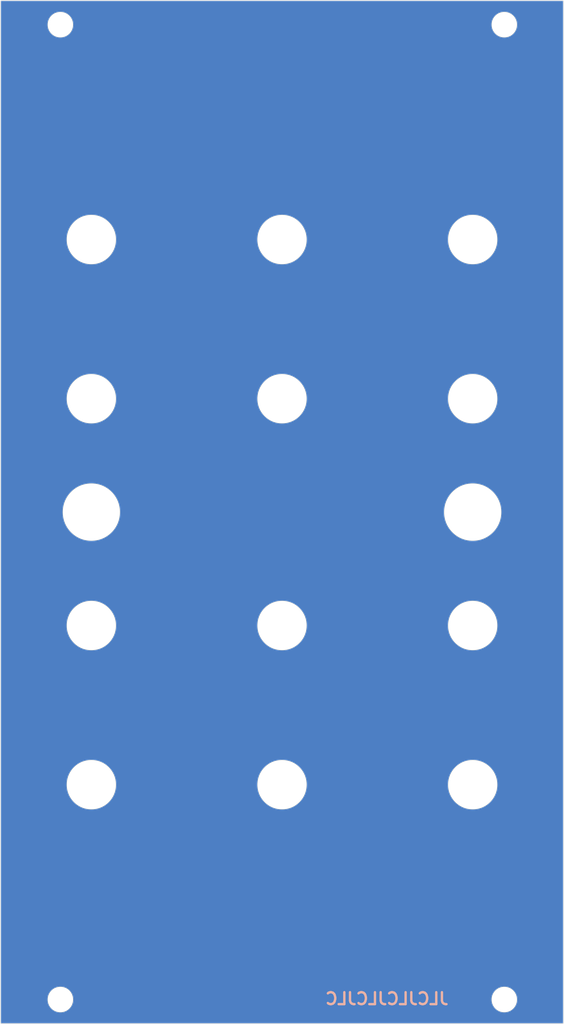
<source format=kicad_pcb>
(kicad_pcb (version 20211014) (generator pcbnew)

  (general
    (thickness 1.6)
  )

  (paper "A4")
  (layers
    (0 "F.Cu" signal)
    (31 "B.Cu" signal)
    (32 "B.Adhes" user "B.Adhesive")
    (33 "F.Adhes" user "F.Adhesive")
    (34 "B.Paste" user)
    (35 "F.Paste" user)
    (36 "B.SilkS" user "B.Silkscreen")
    (37 "F.SilkS" user "F.Silkscreen")
    (38 "B.Mask" user)
    (39 "F.Mask" user)
    (40 "Dwgs.User" user "User.Drawings")
    (41 "Cmts.User" user "User.Comments")
    (42 "Eco1.User" user "User.Eco1")
    (43 "Eco2.User" user "User.Eco2")
    (44 "Edge.Cuts" user)
    (45 "Margin" user)
    (46 "B.CrtYd" user "B.Courtyard")
    (47 "F.CrtYd" user "F.Courtyard")
    (48 "B.Fab" user)
    (49 "F.Fab" user)
    (50 "User.1" user)
    (51 "User.2" user)
    (52 "User.3" user)
    (53 "User.4" user)
    (54 "User.5" user)
    (55 "User.6" user)
    (56 "User.7" user)
    (57 "User.8" user)
    (58 "User.9" user)
  )

  (setup
    (pad_to_mask_clearance 0)
    (pcbplotparams
      (layerselection 0x00010fc_ffffffff)
      (disableapertmacros false)
      (usegerberextensions false)
      (usegerberattributes true)
      (usegerberadvancedattributes true)
      (creategerberjobfile true)
      (svguseinch false)
      (svgprecision 6)
      (excludeedgelayer true)
      (plotframeref false)
      (viasonmask false)
      (mode 1)
      (useauxorigin false)
      (hpglpennumber 1)
      (hpglpenspeed 20)
      (hpglpendiameter 15.000000)
      (dxfpolygonmode true)
      (dxfimperialunits true)
      (dxfusepcbnewfont true)
      (psnegative false)
      (psa4output false)
      (plotreference true)
      (plotvalue true)
      (plotinvisibletext false)
      (sketchpadsonfab false)
      (subtractmaskfromsilk false)
      (outputformat 1)
      (mirror false)
      (drillshape 1)
      (scaleselection 1)
      (outputdirectory "")
    )
  )

  (net 0 "")

  (gr_circle (center 176.68 158.9) (end 178.28 158.9) (layer "B.Mask") (width 2) (fill none) (tstamp 0eaa98f0-9565-4637-ace3-42a5231b07f7))
  (gr_circle (center 148.7 83.4) (end 152.3 83.4) (layer "B.Mask") (width 5) (fill none) (tstamp 0f22151c-f260-4674-b486-4710a2c42a55))
  (gr_circle (center 172.7 131.9) (end 176.3 131.9) (layer "B.Mask") (width 5) (fill none) (tstamp 127679a9-3981-4934-815e-896a4e3ff56e))
  (gr_circle (center 124.7 97.65) (end 128.3 97.65) (layer "B.Mask") (width 5) (fill none) (tstamp 181abe7a-f941-42b6-bd46-aaa3131f90fb))
  (gr_circle (center 172.7 83.4) (end 176.3 83.4) (layer "B.Mask") (width 5) (fill none) (tstamp 1831fb37-1c5d-42c4-b898-151be6fca9dc))
  (gr_circle (center 124.7 63.4) (end 128.3 63.4) (layer "B.Mask") (width 5) (fill none) (tstamp 42713045-fffd-4b2d-ae1e-7232d705fb12))
  (gr_circle (center 172.7 97.65) (end 176.3 97.65) (layer "B.Mask") (width 5) (fill none) (tstamp 48ab88d7-7084-4d02-b109-3ad55a30bb11))
  (gr_circle (center 176.68 36.4) (end 178.28 36.4) (layer "B.Mask") (width 2) (fill none) (tstamp 704d6d51-bb34-4cbf-83d8-841e208048d8))
  (gr_circle (center 124.7 131.9) (end 128.3 131.9) (layer "B.Mask") (width 5) (fill none) (tstamp 716e31c5-485f-40b5-88e3-a75900da9811))
  (gr_circle (center 148.7 63.4) (end 152.3 63.4) (layer "B.Mask") (width 5) (fill none) (tstamp 8174b4de-74b1-48db-ab8e-c8432251095b))
  (gr_circle (center 120.8 158.9) (end 122.4 158.9) (layer "B.Mask") (width 2) (fill none) (tstamp 9340c285-5767-42d5-8b6d-63fe2a40ddf3))
  (gr_circle (center 124.7 111.9) (end 128.3 111.9) (layer "B.Mask") (width 5) (fill none) (tstamp b1086f75-01ba-4188-8d36-75a9e2828ca9))
  (gr_circle (center 148.7 111.9) (end 152.3 111.9) (layer "B.Mask") (width 5) (fill none) (tstamp bdc7face-9f7c-4701-80bb-4cc144448db1))
  (gr_circle (center 172.7 111.9) (end 176.3 111.9) (layer "B.Mask") (width 5) (fill none) (tstamp c41b3c8b-634e-435a-b582-96b83bbd4032))
  (gr_circle (center 120.8 36.4) (end 122.4 36.4) (layer "B.Mask") (width 2) (fill none) (tstamp ce83728b-bebd-48c2-8734-b6a50d837931))
  (gr_circle (center 172.7 63.4) (end 176.3 63.4) (layer "B.Mask") (width 5) (fill none) (tstamp f71da641-16e6-4257-80c3-0b9d804fee4f))
  (gr_circle (center 148.7 131.9) (end 152.3 131.9) (layer "B.Mask") (width 5) (fill none) (tstamp fd470e95-4861-44fe-b1e4-6d8a7c66e144))
  (gr_circle (center 124.7 83.4) (end 128.3 83.4) (layer "B.Mask") (width 5) (fill none) (tstamp fe8d9267-7834-48d6-a191-c8724b2ee78d))
  (gr_circle (center 124.7 111.9) (end 128.3 111.9) (layer "F.Mask") (width 5) (fill none) (tstamp 003c2200-0632-4808-a662-8ddd5d30c768))
  (gr_circle (center 124.7 131.9) (end 128.3 131.9) (layer "F.Mask") (width 5) (fill none) (tstamp 0f54db53-a272-4955-88fb-d7ab00657bb0))
  (gr_line (start 124.7 63.4) (end 124.7 83.4) (layer "F.Mask") (width 0.5) (tstamp 1a1ab354-5f85-45f9-938c-9f6c4c8c3ea2))
  (gr_line (start 124.7 131.9) (end 172.7 131.9) (layer "F.Mask") (width 0.5) (tstamp 1bf544e3-5940-4576-9291-2464e95c0ee2))
  (gr_line (start 172.7 111.9) (end 172.7 131.9) (layer "F.Mask") (width 0.5) (tstamp 2d210a96-f81f-42a9-8bf4-1b43c11086f3))
  (gr_circle (center 172.7 111.9) (end 176.3 111.9) (layer "F.Mask") (width 5) (fill none) (tstamp 31e08896-1992-4725-96d9-9d2728bca7a3))
  (gr_line (start 124.7 97.65) (end 124.7 83.4) (layer "F.Mask") (width 0.5) (tstamp 3aaee4c4-dbf7-49a5-a620-9465d8cc3ae7))
  (gr_circle (center 172.7 97.65) (end 176.3 97.65) (layer "F.Mask") (width 5) (fill none) (tstamp 4c8eb964-bdf4-44de-90e9-e2ab82dd5313))
  (gr_circle (center 148.7 63.4) (end 152.3 63.4) (layer "F.Mask") (width 5) (fill none) (tstamp 5528bcad-2950-4673-90eb-c37e6952c475))
  (gr_circle (center 172.7 83.4) (end 176.3 83.4) (layer "F.Mask") (width 5) (fill none) (tstamp 63ff1c93-3f96-4c33-b498-5dd8c33bccc0))
  (gr_circle (center 148.7 111.9) (end 152.3 111.9) (layer "F.Mask") (width 5) (fill none) (tstamp 66043bca-a260-4915-9fce-8a51d324c687))
  (gr_line (start 124.7 111.9) (end 172.7 111.9) (layer "F.Mask") (width 0.5) (tstamp 666713b0-70f4-42df-8761-f65bc212d03b))
  (gr_line (start 172.7 63.4) (end 172.7 83.4) (layer "F.Mask") (width 0.5) (tstamp 6c2e273e-743c-4f1e-a647-4171f8122550))
  (gr_circle (center 120.8 158.9) (end 122.4 158.9) (layer "F.Mask") (width 2) (fill none) (tstamp 7aed3a71-054b-4aaa-9c0a-030523c32827))
  (gr_circle (center 172.7 131.9) (end 176.3 131.9) (layer "F.Mask") (width 5) (fill none) (tstamp 7dc880bc-e7eb-4cce-8d8c-0b65a9dd788e))
  (gr_circle (center 148.7 131.9) (end 152.3 131.9) (layer "F.Mask") (width 5) (fill none) (tstamp 7edc9030-db7b-43ac-a1b3-b87eeacb4c2d))
  (gr_line (start 124.7 63.4) (end 172.7 63.4) (layer "F.Mask") (width 0.5) (tstamp 80094b70-85ab-4ff6-934b-60d5ee65023a))
  (gr_circle (center 176.68 36.4) (end 178.28 36.4) (layer "F.Mask") (width 2) (fill none) (tstamp 852dabbf-de45-4470-8176-59d37a754407))
  (gr_circle (center 124.7 97.65) (end 128.3 97.65) (layer "F.Mask") (width 5) (fill none) (tstamp 9157f4ae-0244-4ff1-9f73-3cb4cbb5f280))
  (gr_circle (center 148.7 83.4) (end 152.3 83.4) (layer "F.Mask") (width 5) (fill none) (tstamp 922058ca-d09a-45fd-8394-05f3e2c1e03a))
  (gr_circle (center 124.7 63.4) (end 128.3 63.4) (layer "F.Mask") (width 5) (fill none) (tstamp 94a873dc-af67-4ef9-8159-1f7c93eeb3d7))
  (gr_circle (center 124.7 83.4) (end 128.3 83.4) (layer "F.Mask") (width 5) (fill none) (tstamp 97fe9c60-586f-4895-8504-4d3729f5f81a))
  (gr_line (start 124.7 83.4) (end 172.7 83.4) (layer "F.Mask") (width 0.5) (tstamp 9bb20359-0f8b-45bc-9d38-6626ed3a939d))
  (gr_circle (center 176.68 158.9) (end 178.28 158.9) (layer "F.Mask") (width 2) (fill none) (tstamp aa14c3bd-4acc-4908-9d28-228585a22a9d))
  (gr_line (start 124.7 111.9) (end 124.7 131.9) (layer "F.Mask") (width 0.5) (tstamp c0515cd2-cdaa-467e-8354-0f6eadfa35c9))
  (gr_circle (center 120.8 36.4) (end 122.4 36.4) (layer "F.Mask") (width 2) (fill none) (tstamp cbd8faed-e1f8-4406-87c8-58b2c504a5d4))
  (gr_line (start 172.7 97.65) (end 172.7 111.9) (layer "F.Mask") (width 0.5) (tstamp d4a1d3c4-b315-4bec-9220-d12a9eab51e0))
  (gr_circle (center 172.7 63.4) (end 176.3 63.4) (layer "F.Mask") (width 5) (fill none) (tstamp e857610b-4434-4144-b04e-43c1ebdc5ceb))
  (gr_circle (center 124.7 131.9) (end 127.8 131.9) (layer "Edge.Cuts") (width 0.05) (fill none) (tstamp 0217dfc4-fc13-4699-99ad-d9948522648e))
  (gr_circle (center 172.7 63.4) (end 175.8 63.4) (layer "Edge.Cuts") (width 0.05) (fill none) (tstamp 08a7c925-7fae-4530-b0c9-120e185cb318))
  (gr_circle (center 120.8 36.4) (end 122.4 36.4) (layer "Edge.Cuts") (width 0.05) (fill none) (tstamp 1d9cdadc-9036-4a95-b6db-fa7b3b74c869))
  (gr_circle (center 148.7 83.4) (end 151.8 83.4) (layer "Edge.Cuts") (width 0.05) (fill none) (tstamp 240e07e1-770b-4b27-894f-29fd601c924d))
  (gr_circle (center 124.7 63.4) (end 127.8 63.4) (layer "Edge.Cuts") (width 0.05) (fill none) (tstamp 2d6db888-4e40-41c8-b701-07170fc894bc))
  (gr_circle (center 172.7 97.65) (end 176.3 97.65) (layer "Edge.Cuts") (width 0.05) (fill none) (tstamp 2f215f15-3d52-4c91-93e6-3ea03a95622f))
  (gr_line (start 184.1 33.4) (end 184.1 161.9) (layer "Edge.Cuts") (width 0.05) (tstamp 4a4ec8d9-3d72-4952-83d4-808f65849a2b))
  (gr_circle (center 176.68 36.4) (end 178.28 36.4) (layer "Edge.Cuts") (width 0.05) (fill none) (tstamp 61fe293f-6808-4b7f-9340-9aaac7054a97))
  (gr_circle (center 148.7 131.9) (end 151.8 131.9) (layer "Edge.Cuts") (width 0.05) (fill none) (tstamp 6441b183-b8f2-458f-a23d-60e2b1f66dd6))
  (gr_circle (center 176.68 158.9) (end 178.28 158.9) (layer "Edge.Cuts") (width 0.05) (fill none) (tstamp 6bfe5804-2ef9-4c65-b2a7-f01e4014370a))
  (gr_line (start 184.1 161.9) (end 113.3 161.9) (layer "Edge.Cuts") (width 0.05) (tstamp 7bbf981c-a063-4e30-8911-e4228e1c0743))
  (gr_circle (center 124.7 97.65) (end 128.3 97.65) (layer "Edge.Cuts") (width 0.05) (fill none) (tstamp 8da933a9-35f8-42e6-8504-d1bab7264306))
  (gr_circle (center 172.7 111.9) (end 175.8 111.9) (layer "Edge.Cuts") (width 0.05) (fill none) (tstamp 9b0a1687-7e1b-4a04-a30b-c27a072a2949))
  (gr_circle (center 124.7 111.9) (end 127.8 111.9) (layer "Edge.Cuts") (width 0.05) (fill none) (tstamp 9e1b837f-0d34-4a18-9644-9ee68f141f46))
  (gr_circle (center 148.7 63.4) (end 151.8 63.4) (layer "Edge.Cuts") (width 0.05) (fill none) (tstamp b5352a33-563a-4ffe-a231-2e68fb54afa3))
  (gr_circle (center 172.7 83.4) (end 175.8 83.4) (layer "Edge.Cuts") (width 0.05) (fill none) (tstamp b88717bd-086f-46cd-9d3f-0396009d0996))
  (gr_line (start 113.3 33.4) (end 184.1 33.4) (layer "Edge.Cuts") (width 0.05) (tstamp bd5408e4-362d-4e43-9d39-78fb99eb52c8))
  (gr_line (start 113.3 161.9) (end 113.3 33.4) (layer "Edge.Cuts") (width 0.05) (tstamp bfc0aadc-38cf-466e-a642-68fdc3138c78))
  (gr_circle (center 148.7 111.9) (end 151.8 111.9) (layer "Edge.Cuts") (width 0.05) (fill none) (tstamp c01d25cd-f4bb-4ef3-b5ea-533a2a4ddb2b))
  (gr_circle (center 120.8 158.9) (end 122.4 158.9) (layer "Edge.Cuts") (width 0.05) (fill none) (tstamp c0eca5ed-bc5e-4618-9bcd-80945bea41ed))
  (gr_circle (center 124.7 83.4) (end 127.8 83.4) (layer "Edge.Cuts") (width 0.05) (fill none) (tstamp ee27d19c-8dca-4ac8-a760-6dfd54d28071))
  (gr_circle (center 172.7 131.9) (end 175.8 131.9) (layer "Edge.Cuts") (width 0.05) (fill none) (tstamp f2c93195-af12-4d3e-acdf-bdd0ff675c24))
  (gr_text "JLCJLCJLCJLC" (at 161.9 158.8) (layer "B.SilkS") (tstamp d57dcfee-5058-4fc2-a68b-05f9a48f685b)
    (effects (font (size 1.5 1.5) (thickness 0.3)) (justify mirror))
  )
  (gr_text "Offset" (at 148.7 48.4) (layer "F.Mask") (tstamp 03c52831-5dc5-43c5-a442-8d23643b46fb)
    (effects (font (size 10 10) (thickness 1.2)))
  )
  (gr_text "Out 2" (at 148.7 121.9) (layer "F.Mask") (tstamp 0b21a65d-d20b-411e-920a-75c343ac5136)
    (effects (font (size 2.5 2.5) (thickness 0.25)))
  )
  (gr_text "Out 1" (at 148.7 73.4) (layer "F.Mask") (tstamp a1823eb2-fb0d-4ed8-8b96-04184ac3a9d5)
    (effects (font (size 2.5 2.5) (thickness 0.25)))
  )

  (zone (net 0) (net_name "") (layer "F.Cu") (tstamp 3a7648d8-121a-4921-9b92-9b35b76ce39b) (hatch edge 0.508)
    (connect_pads (clearance 0))
    (min_thickness 0.254) (filled_areas_thickness no)
    (fill yes (thermal_gap 0.508) (thermal_bridge_width 0.508))
    (polygon
      (pts
        (xy 184.2 162)
        (xy 113.2 162)
        (xy 113.2 33.3)
        (xy 184.2 33.3)
      )
    )
    (filled_polygon
      (layer "F.Cu")
      (island)
      (pts
        (xy 184.041621 33.420502)
        (xy 184.088114 33.474158)
        (xy 184.0995 33.5265)
        (xy 184.0995 161.7735)
        (xy 184.079498 161.841621)
        (xy 184.025842 161.888114)
        (xy 183.9735 161.8995)
        (xy 113.4265 161.8995)
        (xy 113.358379 161.879498)
        (xy 113.311886 161.825842)
        (xy 113.3005 161.7735)
        (xy 113.3005 158.9)
        (xy 119.194551 158.9)
        (xy 119.214317 159.151148)
        (xy 119.273127 159.396111)
        (xy 119.369534 159.628859)
        (xy 119.501164 159.843659)
        (xy 119.504376 159.847419)
        (xy 119.504379 159.847424)
        (xy 119.649256 160.017052)
        (xy 119.664776 160.035224)
        (xy 119.668538 160.038437)
        (xy 119.852576 160.195621)
        (xy 119.852581 160.195624)
        (xy 119.856341 160.198836)
        (xy 120.071141 160.330466)
        (xy 120.075711 160.332359)
        (xy 120.075715 160.332361)
        (xy 120.290229 160.421215)
        (xy 120.303889 160.426873)
        (xy 120.388289 160.447135)
        (xy 120.544039 160.484528)
        (xy 120.544045 160.484529)
        (xy 120.548852 160.485683)
        (xy 120.8 160.505449)
        (xy 121.051148 160.485683)
        (xy 121.055955 160.484529)
        (xy 121.055961 160.484528)
        (xy 121.211711 160.447135)
        (xy 121.296111 160.426873)
        (xy 121.309771 160.421215)
        (xy 121.524285 160.332361)
        (xy 121.524289 160.332359)
        (xy 121.528859 160.330466)
        (xy 121.743659 160.198836)
        (xy 121.747419 160.195624)
        (xy 121.747424 160.195621)
        (xy 121.931462 160.038437)
        (xy 121.935224 160.035224)
        (xy 121.950744 160.017052)
        (xy 122.095621 159.847424)
        (xy 122.095624 159.847419)
        (xy 122.098836 159.843659)
        (xy 122.230466 159.628859)
        (xy 122.326873 159.396111)
        (xy 122.385683 159.151148)
        (xy 122.405449 158.9)
        (xy 175.074551 158.9)
        (xy 175.094317 159.151148)
        (xy 175.153127 159.396111)
        (xy 175.249534 159.628859)
        (xy 175.381164 159.843659)
        (xy 175.384376 159.847419)
        (xy 175.384379 159.847424)
        (xy 175.529256 160.017052)
        (xy 175.544776 160.035224)
        (xy 175.548538 160.038437)
        (xy 175.732576 160.195621)
        (xy 175.732581 160.195624)
        (xy 175.736341 160.198836)
        (xy 175.951141 160.330466)
        (xy 175.955711 160.332359)
        (xy 175.955715 160.332361)
        (xy 176.170229 160.421215)
        (xy 176.183889 160.426873)
        (xy 176.268289 160.447135)
        (xy 176.424039 160.484528)
        (xy 176.424045 160.484529)
        (xy 176.428852 160.485683)
        (xy 176.68 160.505449)
        (xy 176.931148 160.485683)
        (xy 176.935955 160.484529)
        (xy 176.935961 160.484528)
        (xy 177.091711 160.447135)
        (xy 177.176111 160.426873)
        (xy 177.189771 160.421215)
        (xy 177.404285 160.332361)
        (xy 177.404289 160.332359)
        (xy 177.408859 160.330466)
        (xy 177.623659 160.198836)
        (xy 177.627419 160.195624)
        (xy 177.627424 160.195621)
        (xy 177.811462 160.038437)
        (xy 177.815224 160.035224)
        (xy 177.830744 160.017052)
        (xy 177.975621 159.847424)
        (xy 177.975624 159.847419)
        (xy 177.978836 159.843659)
        (xy 178.110466 159.628859)
        (xy 178.206873 159.396111)
        (xy 178.265683 159.151148)
        (xy 178.285449 158.9)
        (xy 178.265683 158.648852)
        (xy 178.206873 158.403889)
        (xy 178.110466 158.171141)
        (xy 177.978836 157.956341)
        (xy 177.975624 157.952581)
        (xy 177.975621 157.952576)
        (xy 177.818437 157.768538)
        (xy 177.815224 157.764776)
        (xy 177.797052 157.749256)
        (xy 177.627424 157.604379)
        (xy 177.627419 157.604376)
        (xy 177.623659 157.601164)
        (xy 177.408859 157.469534)
        (xy 177.404289 157.467641)
        (xy 177.404285 157.467639)
        (xy 177.180684 157.375021)
        (xy 177.180682 157.37502)
        (xy 177.176111 157.373127)
        (xy 177.091711 157.352865)
        (xy 176.935961 157.315472)
        (xy 176.935955 157.315471)
        (xy 176.931148 157.314317)
        (xy 176.68 157.294551)
        (xy 176.428852 157.314317)
        (xy 176.424045 157.315471)
        (xy 176.424039 157.315472)
        (xy 176.268289 157.352865)
        (xy 176.183889 157.373127)
        (xy 176.179318 157.37502)
        (xy 176.179316 157.375021)
        (xy 175.955715 157.467639)
        (xy 175.955711 157.467641)
        (xy 175.951141 157.469534)
        (xy 175.736341 157.601164)
        (xy 175.732581 157.604376)
        (xy 175.732576 157.604379)
        (xy 175.562948 157.749256)
        (xy 175.544776 157.764776)
        (xy 175.541563 157.768538)
        (xy 175.384379 157.952576)
        (xy 175.384376 157.952581)
        (xy 175.381164 157.956341)
        (xy 175.249534 158.171141)
        (xy 175.153127 158.403889)
        (xy 175.094317 158.648852)
        (xy 175.074551 158.9)
        (xy 122.405449 158.9)
        (xy 122.385683 158.648852)
        (xy 122.326873 158.403889)
        (xy 122.230466 158.171141)
        (xy 122.098836 157.956341)
        (xy 122.095624 157.952581)
        (xy 122.095621 157.952576)
        (xy 121.938437 157.768538)
        (xy 121.935224 157.764776)
        (xy 121.917052 157.749256)
        (xy 121.747424 157.604379)
        (xy 121.747419 157.604376)
        (xy 121.743659 157.601164)
        (xy 121.528859 157.469534)
        (xy 121.524289 157.467641)
        (xy 121.524285 157.467639)
        (xy 121.300684 157.375021)
        (xy 121.300682 157.37502)
        (xy 121.296111 157.373127)
        (xy 121.211711 157.352865)
        (xy 121.055961 157.315472)
        (xy 121.055955 157.315471)
        (xy 121.051148 157.314317)
        (xy 120.8 157.294551)
        (xy 120.548852 157.314317)
        (xy 120.544045 157.315471)
        (xy 120.544039 157.315472)
        (xy 120.388289 157.352865)
        (xy 120.303889 157.373127)
        (xy 120.299318 157.37502)
        (xy 120.299316 157.375021)
        (xy 120.075715 157.467639)
        (xy 120.075711 157.467641)
        (xy 120.071141 157.469534)
        (xy 119.856341 157.601164)
        (xy 119.852581 157.604376)
        (xy 119.852576 157.604379)
        (xy 119.682948 157.749256)
        (xy 119.664776 157.764776)
        (xy 119.661563 157.768538)
        (xy 119.504379 157.952576)
        (xy 119.504376 157.952581)
        (xy 119.501164 157.956341)
        (xy 119.369534 158.171141)
        (xy 119.273127 158.403889)
        (xy 119.214317 158.648852)
        (xy 119.194551 158.9)
        (xy 113.3005 158.9)
        (xy 113.3005 131.856642)
        (xy 121.594918 131.856642)
        (xy 121.594921 131.856724)
        (xy 121.609436 132.203032)
        (xy 121.662475 132.545646)
        (xy 121.753375 132.880212)
        (xy 121.881001 133.20256)
        (xy 121.882647 133.205656)
        (xy 121.882649 133.20566)
        (xy 121.943161 133.319465)
        (xy 122.043765 133.508673)
        (xy 122.04575 133.511572)
        (xy 122.237645 133.791829)
        (xy 122.23765 133.791835)
        (xy 122.239636 133.794736)
        (xy 122.466173 134.057182)
        (xy 122.720553 134.29274)
        (xy 122.999605 134.498475)
        (xy 123.002642 134.500229)
        (xy 123.002646 134.500231)
        (xy 123.115574 134.56543)
        (xy 123.299852 134.671823)
        (xy 123.61755 134.810621)
        (xy 123.620906 134.81166)
        (xy 123.620909 134.811661)
        (xy 123.75863 134.854293)
        (xy 123.948739 134.913142)
        (xy 123.952191 134.9138)
        (xy 123.952197 134.913802)
        (xy 124.285842 134.977448)
        (xy 124.285847 134.977449)
        (xy 124.289293 134.978106)
        (xy 124.51778 134.995687)
        (xy 124.631469 135.004435)
        (xy 124.63147 135.004435)
        (xy 124.634966 135.004704)
        (xy 124.864159 134.9967)
        (xy 124.977933 134.992727)
        (xy 124.977937 134.992727)
        (xy 124.981449 134.992604)
        (xy 124.984928 134.99209)
        (xy 124.984931 134.99209)
        (xy 125.320932 134.942474)
        (xy 125.320938 134.942473)
        (xy 125.324424 134.941958)
        (xy 125.327828 134.941059)
        (xy 125.327831 134.941058)
        (xy 125.656226 134.854293)
        (xy 125.656227 134.854293)
        (xy 125.659617 134.853397)
        (xy 125.982848 134.728023)
        (xy 126.29009 134.567401)
        (xy 126.577513 134.373532)
        (xy 126.583022 134.368844)
        (xy 126.838861 134.151107)
        (xy 126.838862 134.151106)
        (xy 126.841534 134.148832)
        (xy 126.931438 134.053094)
        (xy 127.076452 133.898671)
        (xy 127.076456 133.898666)
        (xy 127.078863 133.896103)
        (xy 127.080968 133.893289)
        (xy 127.080974 133.893282)
        (xy 127.284432 133.621313)
        (xy 127.286541 133.618494)
        (xy 127.350973 133.508673)
        (xy 127.353592 133.504208)
        (xy 127.46198 133.319465)
        (xy 127.602994 133.002744)
        (xy 127.707824 132.672278)
        (xy 127.775164 132.332186)
        (xy 127.804174 131.986707)
        (xy 127.805385 131.9)
        (xy 127.802966 131.856724)
        (xy 127.802961 131.856642)
        (xy 145.594918 131.856642)
        (xy 145.594921 131.856724)
        (xy 145.609436 132.203032)
        (xy 145.662475 132.545646)
        (xy 145.753375 132.880212)
        (xy 145.881001 133.20256)
        (xy 145.882647 133.205656)
        (xy 145.882649 133.20566)
        (xy 145.943161 133.319465)
        (xy 146.043765 133.508673)
        (xy 146.04575 133.511572)
        (xy 146.237645 133.791829)
        (xy 146.23765 133.791835)
        (xy 146.239636 133.794736)
        (xy 146.466173 134.057182)
        (xy 146.720553 134.29274)
        (xy 146.999605 134.498475)
        (xy 147.002642 134.500229)
        (xy 147.002646 134.500231)
        (xy 147.115574 134.56543)
        (xy 147.299852 134.671823)
        (xy 147.61755 134.810621)
        (xy 147.620906 134.81166)
        (xy 147.620909 134.811661)
        (xy 147.75863 134.854293)
        (xy 147.948739 134.913142)
        (xy 147.952191 134.9138)
        (xy 147.952197 134.913802)
        (xy 148.285842 134.977448)
        (xy 148.285847 134.977449)
        (xy 148.289293 134.978106)
        (xy 148.51778 134.995687)
        (xy 148.631469 135.004435)
        (xy 148.63147 135.004435)
        (xy 148.634966 135.004704)
        (xy 148.864159 134.9967)
        (xy 148.977933 134.992727)
        (xy 148.977937 134.992727)
        (xy 148.981449 134.992604)
        (xy 148.984928 134.99209)
        (xy 148.984931 134.99209)
        (xy 149.320932 134.942474)
        (xy 149.320938 134.942473)
        (xy 149.324424 134.941958)
        (xy 149.327828 134.941059)
        (xy 149.327831 134.941058)
        (xy 149.656226 134.854293)
        (xy 149.656227 134.854293)
        (xy 149.659617 134.853397)
        (xy 149.982848 134.728023)
        (xy 150.29009 134.567401)
        (xy 150.577513 134.373532)
        (xy 150.583022 134.368844)
        (xy 150.838861 134.151107)
        (xy 150.838862 134.151106)
        (xy 150.841534 134.148832)
        (xy 150.931438 134.053094)
        (xy 151.076452 133.898671)
        (xy 151.076456 133.898666)
        (xy 151.078863 133.896103)
        (xy 151.080968 133.893289)
        (xy 151.080974 133.893282)
        (xy 151.284432 133.621313)
        (xy 151.286541 133.618494)
        (xy 151.350973 133.508673)
        (xy 151.353592 133.504208)
        (xy 151.46198 133.319465)
        (xy 151.602994 133.002744)
        (xy 151.707824 132.672278)
        (xy 151.775164 132.332186)
        (xy 151.804174 131.986707)
        (xy 151.805385 131.9)
        (xy 151.802966 131.856724)
        (xy 151.802961 131.856642)
        (xy 169.594918 131.856642)
        (xy 169.594921 131.856724)
        (xy 169.609436 132.203032)
        (xy 169.662475 132.545646)
        (xy 169.753375 132.880212)
        (xy 169.881001 133.20256)
        (xy 169.882647 133.205656)
        (xy 169.882649 133.20566)
        (xy 169.943161 133.319465)
        (xy 170.043765 133.508673)
        (xy 170.04575 133.511572)
        (xy 170.237645 133.791829)
        (xy 170.23765 133.791835)
        (xy 170.239636 133.794736)
        (xy 170.466173 134.057182)
        (xy 170.720553 134.29274)
        (xy 170.999605 134.498475)
        (xy 171.002642 134.500229)
        (xy 171.002646 134.500231)
        (xy 171.115574 134.56543)
        (xy 171.299852 134.671823)
        (xy 171.61755 134.810621)
        (xy 171.620906 134.81166)
        (xy 171.620909 134.811661)
        (xy 171.75863 134.854293)
        (xy 171.948739 134.913142)
        (xy 171.952191 134.9138)
        (xy 171.952197 134.913802)
        (xy 172.285842 134.977448)
        (xy 172.285847 134.977449)
        (xy 172.289293 134.978106)
        (xy 172.51778 134.995687)
        (xy 172.631469 135.004435)
        (xy 172.63147 135.004435)
        (xy 172.634966 135.004704)
        (xy 172.864159 134.9967)
        (xy 172.977933 134.992727)
        (xy 172.977937 134.992727)
        (xy 172.981449 134.992604)
        (xy 172.984928 134.99209)
        (xy 172.984931 134.99209)
        (xy 173.320932 134.942474)
        (xy 173.320938 134.942473)
        (xy 173.324424 134.941958)
        (xy 173.327828 134.941059)
        (xy 173.327831 134.941058)
        (xy 173.656226 134.854293)
        (xy 173.656227 134.854293)
        (xy 173.659617 134.853397)
        (xy 173.982848 134.728023)
        (xy 174.29009 134.567401)
        (xy 174.577513 134.373532)
        (xy 174.583022 134.368844)
        (xy 174.838861 134.151107)
        (xy 174.838862 134.151106)
        (xy 174.841534 134.148832)
        (xy 174.931438 134.053094)
        (xy 175.076452 133.898671)
        (xy 175.076456 133.898666)
        (xy 175.078863 133.896103)
        (xy 175.080968 133.893289)
        (xy 175.080974 133.893282)
        (xy 175.284432 133.621313)
        (xy 175.286541 133.618494)
        (xy 175.350973 133.508673)
        (xy 175.353592 133.504208)
        (xy 175.46198 133.319465)
        (xy 175.602994 133.002744)
        (xy 175.707824 132.672278)
        (xy 175.775164 132.332186)
        (xy 175.804174 131.986707)
        (xy 175.805385 131.9)
        (xy 175.802966 131.856724)
        (xy 175.786228 131.55736)
        (xy 175.786032 131.553846)
        (xy 175.728214 131.212007)
        (xy 175.717104 131.17326)
        (xy 175.633621 130.882122)
        (xy 175.632652 130.878742)
        (xy 175.586259 130.766183)
        (xy 175.501875 130.561452)
        (xy 175.501871 130.561444)
        (xy 175.500537 130.558207)
        (xy 175.333516 130.254397)
        (xy 175.13367 129.971097)
        (xy 174.90349 129.711839)
        (xy 174.860692 129.673304)
        (xy 174.648464 129.482213)
        (xy 174.648461 129.482211)
        (xy 174.645846 129.479856)
        (xy 174.363948 129.278037)
        (xy 174.360885 129.276325)
        (xy 174.36088 129.276322)
        (xy 174.070776 129.114188)
        (xy 174.061311 129.108898)
        (xy 174.058066 129.107534)
        (xy 174.058062 129.107532)
        (xy 173.881347 129.033248)
        (xy 173.741706 128.974549)
        (xy 173.738343 128.973559)
        (xy 173.738334 128.973556)
        (xy 173.533222 128.913189)
        (xy 173.409117 128.876663)
        (xy 173.100827 128.822303)
        (xy 173.07115 128.81707)
        (xy 173.071148 128.81707)
        (xy 173.06769 128.81646)
        (xy 173.064181 128.816239)
        (xy 173.064179 128.816239)
        (xy 172.725198 128.794912)
        (xy 172.725192 128.794912)
        (xy 172.72168 128.794691)
        (xy 172.623499 128.799493)
        (xy 172.378906 128.811455)
        (xy 172.378897 128.811456)
        (xy 172.375399 128.811627)
        (xy 172.371931 128.812189)
        (xy 172.371928 128.812189)
        (xy 172.036639 128.866494)
        (xy 172.036636 128.866495)
        (xy 172.033164 128.867057)
        (xy 172.029777 128.868003)
        (xy 172.029771 128.868004)
        (xy 171.753857 128.945041)
        (xy 171.699241 128.96029)
        (xy 171.650227 128.980093)
        (xy 171.381055 129.088845)
        (xy 171.381051 129.088847)
        (xy 171.377791 129.090164)
        (xy 171.374704 129.091833)
        (xy 171.3747 129.091835)
        (xy 171.268912 129.149034)
        (xy 171.072822 129.25506)
        (xy 170.788134 129.452923)
        (xy 170.785492 129.455236)
        (xy 170.785488 129.455239)
        (xy 170.754676 129.482213)
        (xy 170.527276 129.681287)
        (xy 170.293499 129.937306)
        (xy 170.089717 130.217787)
        (xy 169.91847 130.519237)
        (xy 169.781893 130.837896)
        (xy 169.681687 131.169793)
        (xy 169.619102 131.510792)
        (xy 169.594918 131.856642)
        (xy 151.802961 131.856642)
        (xy 151.786228 131.55736)
        (xy 151.786032 131.553846)
        (xy 151.728214 131.212007)
        (xy 151.717104 131.17326)
        (xy 151.633621 130.882122)
        (xy 151.632652 130.878742)
        (xy 151.586259 130.766183)
        (xy 151.501875 130.561452)
        (xy 151.501871 130.561444)
        (xy 151.500537 130.558207)
        (xy 151.333516 130.254397)
        (xy 151.13367 129.971097)
        (xy 150.90349 129.711839)
        (xy 150.860692 129.673304)
        (xy 150.648464 129.482213)
        (xy 150.648461 129.482211)
        (xy 150.645846 129.479856)
        (xy 150.363948 129.278037)
        (xy 150.360885 129.276325)
        (xy 150.36088 129.276322)
        (xy 150.070776 129.114188)
        (xy 150.061311 129.108898)
        (xy 150.058066 129.107534)
        (xy 150.058062 129.107532)
        (xy 149.881347 129.033248)
        (xy 149.741706 128.974549)
        (xy 149.738343 128.973559)
        (xy 149.738334 128.973556)
        (xy 149.533222 128.913189)
        (xy 149.409117 128.876663)
        (xy 149.100827 128.822303)
        (xy 149.07115 128.81707)
        (xy 149.071148 128.81707)
        (xy 149.06769 128.81646)
        (xy 149.064181 128.816239)
        (xy 149.064179 128.816239)
        (xy 148.725198 128.794912)
        (xy 148.725192 128.794912)
        (xy 148.72168 128.794691)
        (xy 148.623499 128.799493)
        (xy 148.378906 128.811455)
        (xy 148.378897 128.811456)
        (xy 148.375399 128.811627)
        (xy 148.371931 128.812189)
        (xy 148.371928 128.812189)
        (xy 148.036639 128.866494)
        (xy 148.036636 128.866495)
        (xy 148.033164 128.867057)
        (xy 148.029777 128.868003)
        (xy 148.029771 128.868004)
        (xy 147.753857 128.945041)
        (xy 147.699241 128.96029)
        (xy 147.650227 128.980093)
        (xy 147.381055 129.088845)
        (xy 147.381051 129.088847)
        (xy 147.377791 129.090164)
        (xy 147.374704 129.091833)
        (xy 147.3747 129.091835)
        (xy 147.268912 129.149034)
        (xy 147.072822 129.25506)
        (xy 146.788134 129.452923)
        (xy 146.785492 129.455236)
        (xy 146.785488 129.455239)
        (xy 146.754676 129.482213)
        (xy 146.527276 129.681287)
        (xy 146.293499 129.937306)
        (xy 146.089717 130.217787)
        (xy 145.91847 130.519237)
        (xy 145.781893 130.837896)
        (xy 145.681687 131.169793)
        (xy 145.619102 131.510792)
        (xy 145.594918 131.856642)
        (xy 127.802961 131.856642)
        (xy 127.786228 131.55736)
        (xy 127.786032 131.553846)
        (xy 127.728214 131.212007)
        (xy 127.717104 131.17326)
        (xy 127.633621 130.882122)
        (xy 127.632652 130.878742)
        (xy 127.586259 130.766183)
        (xy 127.501875 130.561452)
        (xy 127.501871 130.561444)
        (xy 127.500537 130.558207)
        (xy 127.333516 130.254397)
        (xy 127.13367 129.971097)
        (xy 126.90349 129.711839)
        (xy 126.860692 129.673304)
        (xy 126.648464 129.482213)
        (xy 126.648461 129.482211)
        (xy 126.645846 129.479856)
        (xy 126.363948 129.278037)
        (xy 126.360885 129.276325)
        (xy 126.36088 129.276322)
        (xy 126.070776 129.114188)
        (xy 126.061311 129.108898)
        (xy 126.058066 129.107534)
        (xy 126.058062 129.107532)
        (xy 125.881347 129.033248)
        (xy 125.741706 128.974549)
        (xy 125.738343 128.973559)
        (xy 125.738334 128.973556)
        (xy 125.533222 128.913189)
        (xy 125.409117 128.876663)
        (xy 125.100827 128.822303)
        (xy 125.07115 128.81707)
        (xy 125.071148 128.81707)
        (xy 125.06769 128.81646)
        (xy 125.064181 128.816239)
        (xy 125.064179 128.816239)
        (xy 124.725198 128.794912)
        (xy 124.725192 128.794912)
        (xy 124.72168 128.794691)
        (xy 124.623499 128.799493)
        (xy 124.378906 128.811455)
        (xy 124.378897 128.811456)
        (xy 124.375399 128.811627)
        (xy 124.371931 128.812189)
        (xy 124.371928 128.812189)
        (xy 124.036639 128.866494)
        (xy 124.036636 128.866495)
        (xy 124.033164 128.867057)
        (xy 124.029777 128.868003)
        (xy 124.029771 128.868004)
        (xy 123.753857 128.945041)
        (xy 123.699241 128.96029)
        (xy 123.650227 128.980093)
        (xy 123.381055 129.088845)
        (xy 123.381051 129.088847)
        (xy 123.377791 129.090164)
        (xy 123.374704 129.091833)
        (xy 123.3747 129.091835)
        (xy 123.268912 129.149034)
        (xy 123.072822 129.25506)
        (xy 122.788134 129.452923)
        (xy 122.785492 129.455236)
        (xy 122.785488 129.455239)
        (xy 122.754676 129.482213)
        (xy 122.527276 129.681287)
        (xy 122.293499 129.937306)
        (xy 122.089717 130.217787)
        (xy 121.91847 130.519237)
        (xy 121.781893 130.837896)
        (xy 121.681687 131.169793)
        (xy 121.619102 131.510792)
        (xy 121.594918 131.856642)
        (xy 113.3005 131.856642)
        (xy 113.3005 111.856642)
        (xy 121.594918 111.856642)
        (xy 121.594921 111.856724)
        (xy 121.609436 112.203032)
        (xy 121.662475 112.545646)
        (xy 121.753375 112.880212)
        (xy 121.881001 113.20256)
        (xy 121.882647 113.205656)
        (xy 121.882649 113.20566)
        (xy 121.943161 113.319465)
        (xy 122.043765 113.508673)
        (xy 122.04575 113.511572)
        (xy 122.237645 113.791829)
        (xy 122.23765 113.791835)
        (xy 122.239636 113.794736)
        (xy 122.466173 114.057182)
        (xy 122.720553 114.29274)
        (xy 122.999605 114.498475)
        (xy 123.002642 114.500229)
        (xy 123.002646 114.500231)
        (xy 123.115574 114.56543)
        (xy 123.299852 114.671823)
        (xy 123.61755 114.810621)
        (xy 123.620906 114.81166)
        (xy 123.620909 114.811661)
        (xy 123.75863 114.854293)
        (xy 123.948739 114.913142)
        (xy 123.952191 114.9138)
        (xy 123.952197 114.913802)
        (xy 124.285842 114.977448)
        (xy 124.285847 114.977449)
        (xy 124.289293 114.978106)
        (xy 124.51778 114.995687)
        (xy 124.631469 115.004435)
        (xy 124.63147 115.004435)
        (xy 124.634966 115.004704)
        (xy 124.864159 114.9967)
        (xy 124.977933 114.992727)
        (xy 124.977937 114.992727)
        (xy 124.981449 114.992604)
        (xy 124.984928 114.99209)
        (xy 124.984931 114.99209)
        (xy 125.320932 114.942474)
        (xy 125.320938 114.942473)
        (xy 125.324424 114.941958)
        (xy 125.327828 114.941059)
        (xy 125.327831 114.941058)
        (xy 125.656226 114.854293)
        (xy 125.656227 114.854293)
        (xy 125.659617 114.853397)
        (xy 125.982848 114.728023)
        (xy 126.29009 114.567401)
        (xy 126.577513 114.373532)
        (xy 126.583022 114.368844)
        (xy 126.838861 114.151107)
        (xy 126.838862 114.151106)
        (xy 126.841534 114.148832)
        (xy 126.931438 114.053094)
        (xy 127.076452 113.898671)
        (xy 127.076456 113.898666)
        (xy 127.078863 113.896103)
        (xy 127.080968 113.893289)
        (xy 127.080974 113.893282)
        (xy 127.284432 113.621313)
        (xy 127.286541 113.618494)
        (xy 127.350973 113.508673)
        (xy 127.353592 113.504208)
        (xy 127.46198 113.319465)
        (xy 127.602994 113.002744)
        (xy 127.707824 112.672278)
        (xy 127.775164 112.332186)
        (xy 127.804174 111.986707)
        (xy 127.805385 111.9)
        (xy 127.802966 111.856724)
        (xy 127.802961 111.856642)
        (xy 145.594918 111.856642)
        (xy 145.594921 111.856724)
        (xy 145.609436 112.203032)
        (xy 145.662475 112.545646)
        (xy 145.753375 112.880212)
        (xy 145.881001 113.20256)
        (xy 145.882647 113.205656)
        (xy 145.882649 113.20566)
        (xy 145.943161 113.319465)
        (xy 146.043765 113.508673)
        (xy 146.04575 113.511572)
        (xy 146.237645 113.791829)
        (xy 146.23765 113.791835)
        (xy 146.239636 113.794736)
        (xy 146.466173 114.057182)
        (xy 146.720553 114.29274)
        (xy 146.999605 114.498475)
        (xy 147.002642 114.500229)
        (xy 147.002646 114.500231)
        (xy 147.115574 114.56543)
        (xy 147.299852 114.671823)
        (xy 147.61755 114.810621)
        (xy 147.620906 114.81166)
        (xy 147.620909 114.811661)
        (xy 147.75863 114.854293)
        (xy 147.948739 114.913142)
        (xy 147.952191 114.9138)
        (xy 147.952197 114.913802)
        (xy 148.285842 114.977448)
        (xy 148.285847 114.977449)
        (xy 148.289293 114.978106)
        (xy 148.51778 114.995687)
        (xy 148.631469 115.004435)
        (xy 148.63147 115.004435)
        (xy 148.634966 115.004704)
        (xy 148.864159 114.9967)
        (xy 148.977933 114.992727)
        (xy 148.977937 114.992727)
        (xy 148.981449 114.992604)
        (xy 148.984928 114.99209)
        (xy 148.984931 114.99209)
        (xy 149.320932 114.942474)
        (xy 149.320938 114.942473)
        (xy 149.324424 114.941958)
        (xy 149.327828 114.941059)
        (xy 149.327831 114.941058)
        (xy 149.656226 114.854293)
        (xy 149.656227 114.854293)
        (xy 149.659617 114.853397)
        (xy 149.982848 114.728023)
        (xy 150.29009 114.567401)
        (xy 150.577513 114.373532)
        (xy 150.583022 114.368844)
        (xy 150.838861 114.151107)
        (xy 150.838862 114.151106)
        (xy 150.841534 114.148832)
        (xy 150.931438 114.053094)
        (xy 151.076452 113.898671)
        (xy 151.076456 113.898666)
        (xy 151.078863 113.896103)
        (xy 151.080968 113.893289)
        (xy 151.080974 113.893282)
        (xy 151.284432 113.621313)
        (xy 151.286541 113.618494)
        (xy 151.350973 113.508673)
        (xy 151.353592 113.504208)
        (xy 151.46198 113.319465)
        (xy 151.602994 113.002744)
        (xy 151.707824 112.672278)
        (xy 151.775164 112.332186)
        (xy 151.804174 111.986707)
        (xy 151.805385 111.9)
        (xy 151.802966 111.856724)
        (xy 151.802961 111.856642)
        (xy 169.594918 111.856642)
        (xy 169.594921 111.856724)
        (xy 169.609436 112.203032)
        (xy 169.662475 112.545646)
        (xy 169.753375 112.880212)
        (xy 169.881001 113.20256)
        (xy 169.882647 113.205656)
        (xy 169.882649 113.20566)
        (xy 169.943161 113.319465)
        (xy 170.043765 113.508673)
        (xy 170.04575 113.511572)
        (xy 170.237645 113.791829)
        (xy 170.23765 113.791835)
        (xy 170.239636 113.794736)
        (xy 170.466173 114.057182)
        (xy 170.720553 114.29274)
        (xy 170.999605 114.498475)
        (xy 171.002642 114.500229)
        (xy 171.002646 114.500231)
        (xy 171.115574 114.56543)
        (xy 171.299852 114.671823)
        (xy 171.61755 114.810621)
        (xy 171.620906 114.81166)
        (xy 171.620909 114.811661)
        (xy 171.75863 114.854293)
        (xy 171.948739 114.913142)
        (xy 171.952191 114.9138)
        (xy 171.952197 114.913802)
        (xy 172.285842 114.977448)
        (xy 172.285847 114.977449)
        (xy 172.289293 114.978106)
        (xy 172.51778 114.995687)
        (xy 172.631469 115.004435)
        (xy 172.63147 115.004435)
        (xy 172.634966 115.004704)
        (xy 172.864159 114.9967)
        (xy 172.977933 114.992727)
        (xy 172.977937 114.992727)
        (xy 172.981449 114.992604)
        (xy 172.984928 114.99209)
        (xy 172.984931 114.99209)
        (xy 173.320932 114.942474)
        (xy 173.320938 114.942473)
        (xy 173.324424 114.941958)
        (xy 173.327828 114.941059)
        (xy 173.327831 114.941058)
        (xy 173.656226 114.854293)
        (xy 173.656227 114.854293)
        (xy 173.659617 114.853397)
        (xy 173.982848 114.728023)
        (xy 174.29009 114.567401)
        (xy 174.577513 114.373532)
        (xy 174.583022 114.368844)
        (xy 174.838861 114.151107)
        (xy 174.838862 114.151106)
        (xy 174.841534 114.148832)
        (xy 174.931438 114.053094)
        (xy 175.076452 113.898671)
        (xy 175.076456 113.898666)
        (xy 175.078863 113.896103)
        (xy 175.080968 113.893289)
        (xy 175.080974 113.893282)
        (xy 175.284432 113.621313)
        (xy 175.286541 113.618494)
        (xy 175.350973 113.508673)
        (xy 175.353592 113.504208)
        (xy 175.46198 113.319465)
        (xy 175.602994 113.002744)
        (xy 175.707824 112.672278)
        (xy 175.775164 112.332186)
        (xy 175.804174 111.986707)
        (xy 175.805385 111.9)
        (xy 175.802966 111.856724)
        (xy 175.786228 111.55736)
        (xy 175.786032 111.553846)
        (xy 175.728214 111.212007)
        (xy 175.717104 111.17326)
        (xy 175.633621 110.882122)
        (xy 175.632652 110.878742)
        (xy 175.586259 110.766183)
        (xy 175.501875 110.561452)
        (xy 175.501871 110.561444)
        (xy 175.500537 110.558207)
        (xy 175.333516 110.254397)
        (xy 175.13367 109.971097)
        (xy 174.90349 109.711839)
        (xy 174.860692 109.673304)
        (xy 174.648464 109.482213)
        (xy 174.648461 109.482211)
        (xy 174.645846 109.479856)
        (xy 174.363948 109.278037)
        (xy 174.360885 109.276325)
        (xy 174.36088 109.276322)
        (xy 174.070776 109.114188)
        (xy 174.061311 109.108898)
        (xy 174.058066 109.107534)
        (xy 174.058062 109.107532)
        (xy 173.881347 109.033248)
        (xy 173.741706 108.974549)
        (xy 173.738343 108.973559)
        (xy 173.738334 108.973556)
        (xy 173.533222 108.913189)
        (xy 173.409117 108.876663)
        (xy 173.100827 108.822303)
        (xy 173.07115 108.81707)
        (xy 173.071148 108.81707)
        (xy 173.06769 108.81646)
        (xy 173.064181 108.816239)
        (xy 173.064179 108.816239)
        (xy 172.725198 108.794912)
        (xy 172.725192 108.794912)
        (xy 172.72168 108.794691)
        (xy 172.623499 108.799493)
        (xy 172.378906 108.811455)
        (xy 172.378897 108.811456)
        (xy 172.375399 108.811627)
        (xy 172.371931 108.812189)
        (xy 172.371928 108.812189)
        (xy 172.036639 108.866494)
        (xy 172.036636 108.866495)
        (xy 172.033164 108.867057)
        (xy 172.029777 108.868003)
        (xy 172.029771 108.868004)
        (xy 171.753857 108.945041)
        (xy 171.699241 108.96029)
        (xy 171.650227 108.980093)
        (xy 171.381055 109.088845)
        (xy 171.381051 109.088847)
        (xy 171.377791 109.090164)
        (xy 171.374704 109.091833)
        (xy 171.3747 109.091835)
        (xy 171.268912 109.149034)
        (xy 171.072822 109.25506)
        (xy 170.788134 109.452923)
        (xy 170.785492 109.455236)
        (xy 170.785488 109.455239)
        (xy 170.754676 109.482213)
        (xy 170.527276 109.681287)
        (xy 170.293499 109.937306)
        (xy 170.089717 110.217787)
        (xy 169.91847 110.519237)
        (xy 169.781893 110.837896)
        (xy 169.681687 111.169793)
        (xy 169.619102 111.510792)
        (xy 169.594918 111.856642)
        (xy 151.802961 111.856642)
        (xy 151.786228 111.55736)
        (xy 151.786032 111.553846)
        (xy 151.728214 111.212007)
        (xy 151.717104 111.17326)
        (xy 151.633621 110.882122)
        (xy 151.632652 110.878742)
        (xy 151.586259 110.766183)
        (xy 151.501875 110.561452)
        (xy 151.501871 110.561444)
        (xy 151.500537 110.558207)
        (xy 151.333516 110.254397)
        (xy 151.13367 109.971097)
        (xy 150.90349 109.711839)
        (xy 150.860692 109.673304)
        (xy 150.648464 109.482213)
        (xy 150.648461 109.482211)
        (xy 150.645846 109.479856)
        (xy 150.363948 109.278037)
        (xy 150.360885 109.276325)
        (xy 150.36088 109.276322)
        (xy 150.070776 109.114188)
        (xy 150.061311 109.108898)
        (xy 150.058066 109.107534)
        (xy 150.058062 109.107532)
        (xy 149.881347 109.033248)
        (xy 149.741706 108.974549)
        (xy 149.738343 108.973559)
        (xy 149.738334 108.973556)
        (xy 149.533222 108.913189)
        (xy 149.409117 108.876663)
        (xy 149.100827 108.822303)
        (xy 149.07115 108.81707)
        (xy 149.071148 108.81707)
        (xy 149.06769 108.81646)
        (xy 149.064181 108.816239)
        (xy 149.064179 108.816239)
        (xy 148.725198 108.794912)
        (xy 148.725192 108.794912)
        (xy 148.72168 108.794691)
        (xy 148.623499 108.799493)
        (xy 148.378906 108.811455)
        (xy 148.378897 108.811456)
        (xy 148.375399 108.811627)
        (xy 148.371931 108.812189)
        (xy 148.371928 108.812189)
        (xy 148.036639 108.866494)
        (xy 148.036636 108.866495)
        (xy 148.033164 108.867057)
        (xy 148.029777 108.868003)
        (xy 148.029771 108.868004)
        (xy 147.753857 108.945041)
        (xy 147.699241 108.96029)
        (xy 147.650227 108.980093)
        (xy 147.381055 109.088845)
        (xy 147.381051 109.088847)
        (xy 147.377791 109.090164)
        (xy 147.374704 109.091833)
        (xy 147.3747 109.091835)
        (xy 147.268912 109.149034)
        (xy 147.072822 109.25506)
        (xy 146.788134 109.452923)
        (xy 146.785492 109.455236)
        (xy 146.785488 109.455239)
        (xy 146.754676 109.482213)
        (xy 146.527276 109.681287)
        (xy 146.293499 109.937306)
        (xy 146.089717 110.217787)
        (xy 145.91847 110.519237)
        (xy 145.781893 110.837896)
        (xy 145.681687 111.169793)
        (xy 145.619102 111.510792)
        (xy 145.594918 111.856642)
        (xy 127.802961 111.856642)
        (xy 127.786228 111.55736)
        (xy 127.786032 111.553846)
        (xy 127.728214 111.212007)
        (xy 127.717104 111.17326)
        (xy 127.633621 110.882122)
        (xy 127.632652 110.878742)
        (xy 127.586259 110.766183)
        (xy 127.501875 110.561452)
        (xy 127.501871 110.561444)
        (xy 127.500537 110.558207)
        (xy 127.333516 110.254397)
        (xy 127.13367 109.971097)
        (xy 126.90349 109.711839)
        (xy 126.860692 109.673304)
        (xy 126.648464 109.482213)
        (xy 126.648461 109.482211)
        (xy 126.645846 109.479856)
        (xy 126.363948 109.278037)
        (xy 126.360885 109.276325)
        (xy 126.36088 109.276322)
        (xy 126.070776 109.114188)
        (xy 126.061311 109.108898)
        (xy 126.058066 109.107534)
        (xy 126.058062 109.107532)
        (xy 125.881347 109.033248)
        (xy 125.741706 108.974549)
        (xy 125.738343 108.973559)
        (xy 125.738334 108.973556)
        (xy 125.533222 108.913189)
        (xy 125.409117 108.876663)
        (xy 125.100827 108.822303)
        (xy 125.07115 108.81707)
        (xy 125.071148 108.81707)
        (xy 125.06769 108.81646)
        (xy 125.064181 108.816239)
        (xy 125.064179 108.816239)
        (xy 124.725198 108.794912)
        (xy 124.725192 108.794912)
        (xy 124.72168 108.794691)
        (xy 124.623499 108.799493)
        (xy 124.378906 108.811455)
        (xy 124.378897 108.811456)
        (xy 124.375399 108.811627)
        (xy 124.371931 108.812189)
        (xy 124.371928 108.812189)
        (xy 124.036639 108.866494)
        (xy 124.036636 108.866495)
        (xy 124.033164 108.867057)
        (xy 124.029777 108.868003)
        (xy 124.029771 108.868004)
        (xy 123.753857 108.945041)
        (xy 123.699241 108.96029)
        (xy 123.650227 108.980093)
        (xy 123.381055 109.088845)
        (xy 123.381051 109.088847)
        (xy 123.377791 109.090164)
        (xy 123.374704 109.091833)
        (xy 123.3747 109.091835)
        (xy 123.268912 109.149034)
        (xy 123.072822 109.25506)
        (xy 122.788134 109.452923)
        (xy 122.785492 109.455236)
        (xy 122.785488 109.455239)
        (xy 122.754676 109.482213)
        (xy 122.527276 109.681287)
        (xy 122.293499 109.937306)
        (xy 122.089717 110.217787)
        (xy 121.91847 110.519237)
        (xy 121.781893 110.837896)
        (xy 121.681687 111.169793)
        (xy 121.619102 111.510792)
        (xy 121.594918 111.856642)
        (xy 113.3005 111.856642)
        (xy 113.3005 97.65)
        (xy 121.094559 97.65)
        (xy 121.11431 98.026871)
        (xy 121.173347 98.399613)
        (xy 121.271022 98.764143)
        (xy 121.406266 99.116465)
        (xy 121.407764 99.119405)
        (xy 121.576084 99.44975)
        (xy 121.577597 99.45272)
        (xy 121.783137 99.769225)
        (xy 122.020635 100.062511)
        (xy 122.287489 100.329365)
        (xy 122.580775 100.566863)
        (xy 122.897279 100.772403)
        (xy 122.900213 100.773898)
        (xy 122.90022 100.773902)
        (xy 123.222884 100.938307)
        (xy 123.233535 100.943734)
        (xy 123.585857 101.078978)
        (xy 123.950387 101.176653)
        (xy 124.148353 101.208008)
        (xy 124.319881 101.235176)
        (xy 124.319889 101.235177)
        (xy 124.323129 101.23569)
        (xy 124.7 101.255441)
        (xy 125.076871 101.23569)
        (xy 125.080111 101.235177)
        (xy 125.080119 101.235176)
        (xy 125.251647 101.208008)
        (xy 125.449613 101.176653)
        (xy 125.814143 101.078978)
        (xy 126.166465 100.943734)
        (xy 126.177116 100.938307)
        (xy 126.49978 100.773902)
        (xy 126.499787 100.773898)
        (xy 126.502721 100.772403)
        (xy 126.819225 100.566863)
        (xy 127.112511 100.329365)
        (xy 127.379365 100.062511)
        (xy 127.616863 99.769225)
        (xy 127.822403 99.45272)
        (xy 127.823917 99.44975)
        (xy 127.992236 99.119405)
        (xy 127.993734 99.116465)
        (xy 128.128978 98.764143)
        (xy 128.226653 98.399613)
        (xy 128.28569 98.026871)
        (xy 128.305441 97.65)
        (xy 169.094559 97.65)
        (xy 169.11431 98.026871)
        (xy 169.173347 98.399613)
        (xy 169.271022 98.764143)
        (xy 169.406266 99.116465)
        (xy 169.407764 99.119405)
        (xy 169.576084 99.44975)
        (xy 169.577597 99.45272)
        (xy 169.783137 99.769225)
        (xy 170.020635 100.062511)
        (xy 170.287489 100.329365)
        (xy 170.580775 100.566863)
        (xy 170.897279 100.772403)
        (xy 170.900213 100.773898)
        (xy 170.90022 100.773902)
        (xy 171.222884 100.938307)
        (xy 171.233535 100.943734)
        (xy 171.585857 101.078978)
        (xy 171.950387 101.176653)
        (xy 172.148353 101.208008)
        (xy 172.319881 101.235176)
        (xy 172.319889 101.235177)
        (xy 172.323129 101.23569)
        (xy 172.7 101.255441)
        (xy 173.076871 101.23569)
        (xy 173.080111 101.235177)
        (xy 173.080119 101.235176)
        (xy 173.251647 101.208008)
        (xy 173.449613 101.176653)
        (xy 173.814143 101.078978)
        (xy 174.166465 100.943734)
        (xy 174.177116 100.938307)
        (xy 174.49978 100.773902)
        (xy 174.499787 100.773898)
        (xy 174.502721 100.772403)
        (xy 174.819225 100.566863)
        (xy 175.112511 100.329365)
        (xy 175.379365 100.062511)
        (xy 175.616863 99.769225)
        (xy 175.822403 99.45272)
        (xy 175.823917 99.44975)
        (xy 175.992236 99.119405)
        (xy 175.993734 99.116465)
        (xy 176.128978 98.764143)
        (xy 176.226653 98.399613)
        (xy 176.28569 98.026871)
        (xy 176.305441 97.65)
        (xy 176.28569 97.273129)
        (xy 176.226653 96.900387)
        (xy 176.128978 96.535857)
        (xy 175.993734 96.183535)
        (xy 175.992236 96.180595)
        (xy 175.823902 95.850221)
        (xy 175.823898 95.850214)
        (xy 175.822403 95.84728)
        (xy 175.616863 95.530775)
        (xy 175.379365 95.237489)
        (xy 175.112511 94.970635)
        (xy 174.819225 94.733137)
        (xy 174.502721 94.527597)
        (xy 174.499787 94.526102)
        (xy 174.49978 94.526098)
        (xy 174.169405 94.357764)
        (xy 174.166465 94.356266)
        (xy 173.814143 94.221022)
        (xy 173.449613 94.123347)
        (xy 173.251647 94.091992)
        (xy 173.080119 94.064824)
        (xy 173.080111 94.064823)
        (xy 173.076871 94.06431)
        (xy 172.7 94.044559)
        (xy 172.323129 94.06431)
        (xy 172.319889 94.064823)
        (xy 172.319881 94.064824)
        (xy 172.148353 94.091992)
        (xy 171.950387 94.123347)
        (xy 171.585857 94.221022)
        (xy 171.233535 94.356266)
        (xy 171.230595 94.357764)
        (xy 170.900221 94.526098)
        (xy 170.900214 94.526102)
        (xy 170.89728 94.527597)
        (xy 170.580775 94.733137)
        (xy 170.287489 94.970635)
        (xy 170.020635 95.237489)
        (xy 169.783137 95.530775)
        (xy 169.577597 95.84728)
        (xy 169.576102 95.850214)
        (xy 169.576098 95.850221)
        (xy 169.407764 96.180595)
        (xy 169.406266 96.183535)
        (xy 169.271022 96.535857)
        (xy 169.173347 96.900387)
        (xy 169.11431 97.273129)
        (xy 169.094559 97.65)
        (xy 128.305441 97.65)
        (xy 128.28569 97.273129)
        (xy 128.226653 96.900387)
        (xy 128.128978 96.535857)
        (xy 127.993734 96.183535)
        (xy 127.992236 96.180595)
        (xy 127.823902 95.850221)
        (xy 127.823898 95.850214)
        (xy 127.822403 95.84728)
        (xy 127.616863 95.530775)
        (xy 127.379365 95.237489)
        (xy 127.112511 94.970635)
        (xy 126.819225 94.733137)
        (xy 126.502721 94.527597)
        (xy 126.499787 94.526102)
        (xy 126.49978 94.526098)
        (xy 126.169405 94.357764)
        (xy 126.166465 94.356266)
        (xy 125.814143 94.221022)
        (xy 125.449613 94.123347)
        (xy 125.251647 94.091992)
        (xy 125.080119 94.064824)
        (xy 125.080111 94.064823)
        (xy 125.076871 94.06431)
        (xy 124.7 94.044559)
        (xy 124.323129 94.06431)
        (xy 124.319889 94.064823)
        (xy 124.319881 94.064824)
        (xy 124.148353 94.091992)
        (xy 123.950387 94.123347)
        (xy 123.585857 94.221022)
        (xy 123.233535 94.356266)
        (xy 123.230595 94.357764)
        (xy 122.900221 94.526098)
        (xy 122.900214 94.526102)
        (xy 122.89728 94.527597)
        (xy 122.580775 94.733137)
        (xy 122.287489 94.970635)
        (xy 122.020635 95.237489)
        (xy 121.783137 95.530775)
        (xy 121.577597 95.84728)
        (xy 121.576102 95.850214)
        (xy 121.576098 95.850221)
        (xy 121.407764 96.180595)
        (xy 121.406266 96.183535)
        (xy 121.271022 96.535857)
        (xy 121.173347 96.900387)
        (xy 121.11431 97.273129)
        (xy 121.094559 97.65)
        (xy 113.3005 97.65)
        (xy 113.3005 83.356642)
        (xy 121.594918 83.356642)
        (xy 121.594921 83.356724)
        (xy 121.609436 83.703032)
        (xy 121.662475 84.045646)
        (xy 121.753375 84.380212)
        (xy 121.881001 84.70256)
        (xy 121.882647 84.705656)
        (xy 121.882649 84.70566)
        (xy 121.943161 84.819465)
        (xy 122.043765 85.008673)
        (xy 122.04575 85.011572)
        (xy 122.237645 85.291829)
        (xy 122.23765 85.291835)
        (xy 122.239636 85.294736)
        (xy 122.466173 85.557182)
        (xy 122.720553 85.79274)
        (xy 122.999605 85.998475)
        (xy 123.002642 86.000229)
        (xy 123.002646 86.000231)
        (xy 123.115574 86.06543)
        (xy 123.299852 86.171823)
        (xy 123.61755 86.310621)
        (xy 123.620906 86.31166)
        (xy 123.620909 86.311661)
        (xy 123.75863 86.354293)
        (xy 123.948739 86.413142)
        (xy 123.952191 86.4138)
        (xy 123.952197 86.413802)
        (xy 124.285842 86.477448)
        (xy 124.285847 86.477449)
        (xy 124.289293 86.478106)
        (xy 124.51778 86.495687)
        (xy 124.631469 86.504435)
        (xy 124.63147 86.504435)
        (xy 124.634966 86.504704)
        (xy 124.864159 86.4967)
        (xy 124.977933 86.492727)
        (xy 124.977937 86.492727)
        (xy 124.981449 86.492604)
        (xy 124.984928 86.49209)
        (xy 124.984931 86.49209)
        (xy 125.320932 86.442474)
        (xy 125.320938 86.442473)
        (xy 125.324424 86.441958)
        (xy 125.327828 86.441059)
        (xy 125.327831 86.441058)
        (xy 125.656226 86.354293)
        (xy 125.656227 86.354293)
        (xy 125.659617 86.353397)
        (xy 125.982848 86.228023)
        (xy 126.29009 86.067401)
        (xy 126.577513 85.873532)
        (xy 126.583022 85.868844)
        (xy 126.838861 85.651107)
        (xy 126.838862 85.651106)
        (xy 126.841534 85.648832)
        (xy 126.931438 85.553094)
        (xy 127.076452 85.398671)
        (xy 127.076456 85.398666)
        (xy 127.078863 85.396103)
        (xy 127.080968 85.393289)
        (xy 127.080974 85.393282)
        (xy 127.284432 85.121313)
        (xy 127.286541 85.118494)
        (xy 127.350973 85.008673)
        (xy 127.353592 85.004208)
        (xy 127.46198 84.819465)
        (xy 127.602994 84.502744)
        (xy 127.707824 84.172278)
        (xy 127.775164 83.832186)
        (xy 127.804174 83.486707)
        (xy 127.805385 83.4)
        (xy 127.802966 83.356724)
        (xy 127.802961 83.356642)
        (xy 145.594918 83.356642)
        (xy 145.594921 83.356724)
        (xy 145.609436 83.703032)
        (xy 145.662475 84.045646)
        (xy 145.753375 84.380212)
        (xy 145.881001 84.70256)
        (xy 145.882647 84.705656)
        (xy 145.882649 84.70566)
        (xy 145.943161 84.819465)
        (xy 146.043765 85.008673)
        (xy 146.04575 85.011572)
        (xy 146.237645 85.291829)
        (xy 146.23765 85.291835)
        (xy 146.239636 85.294736)
        (xy 146.466173 85.557182)
        (xy 146.720553 85.79274)
        (xy 146.999605 85.998475)
        (xy 147.002642 86.000229)
        (xy 147.002646 86.000231)
        (xy 147.115574 86.06543)
        (xy 147.299852 86.171823)
        (xy 147.61755 86.310621)
        (xy 147.620906 86.31166)
        (xy 147.620909 86.311661)
        (xy 147.75863 86.354293)
        (xy 147.948739 86.413142)
        (xy 147.952191 86.4138)
        (xy 147.952197 86.413802)
        (xy 148.285842 86.477448)
        (xy 148.285847 86.477449)
        (xy 148.289293 86.478106)
        (xy 148.51778 86.495687)
        (xy 148.631469 86.504435)
        (xy 148.63147 86.504435)
        (xy 148.634966 86.504704)
        (xy 148.864159 86.4967)
        (xy 148.977933 86.492727)
        (xy 148.977937 86.492727)
        (xy 148.981449 86.492604)
        (xy 148.984928 86.49209)
        (xy 148.984931 86.49209)
        (xy 149.320932 86.442474)
        (xy 149.320938 86.442473)
        (xy 149.324424 86.441958)
        (xy 149.327828 86.441059)
        (xy 149.327831 86.441058)
        (xy 149.656226 86.354293)
        (xy 149.656227 86.354293)
        (xy 149.659617 86.353397)
        (xy 149.982848 86.228023)
        (xy 150.29009 86.067401)
        (xy 150.577513 85.873532)
        (xy 150.583022 85.868844)
        (xy 150.838861 85.651107)
        (xy 150.838862 85.651106)
        (xy 150.841534 85.648832)
        (xy 150.931438 85.553094)
        (xy 151.076452 85.398671)
        (xy 151.076456 85.398666)
        (xy 151.078863 85.396103)
        (xy 151.080968 85.393289)
        (xy 151.080974 85.393282)
        (xy 151.284432 85.121313)
        (xy 151.286541 85.118494)
        (xy 151.350973 85.008673)
        (xy 151.353592 85.004208)
        (xy 151.46198 84.819465)
        (xy 151.602994 84.502744)
        (xy 151.707824 84.172278)
        (xy 151.775164 83.832186)
        (xy 151.804174 83.486707)
        (xy 151.805385 83.4)
        (xy 151.802966 83.356724)
        (xy 151.802961 83.356642)
        (xy 169.594918 83.356642)
        (xy 169.594921 83.356724)
        (xy 169.609436 83.703032)
        (xy 169.662475 84.045646)
        (xy 169.753375 84.380212)
        (xy 169.881001 84.70256)
        (xy 169.882647 84.705656)
        (xy 169.882649 84.70566)
        (xy 169.943161 84.819465)
        (xy 170.043765 85.008673)
        (xy 170.04575 85.011572)
        (xy 170.237645 85.291829)
        (xy 170.23765 85.291835)
        (xy 170.239636 85.294736)
        (xy 170.466173 85.557182)
        (xy 170.720553 85.79274)
        (xy 170.999605 85.998475)
        (xy 171.002642 86.000229)
        (xy 171.002646 86.000231)
        (xy 171.115574 86.06543)
        (xy 171.299852 86.171823)
        (xy 171.61755 86.310621)
        (xy 171.620906 86.31166)
        (xy 171.620909 86.311661)
        (xy 171.75863 86.354293)
        (xy 171.948739 86.413142)
        (xy 171.952191 86.4138)
        (xy 171.952197 86.413802)
        (xy 172.285842 86.477448)
        (xy 172.285847 86.477449)
        (xy 172.289293 86.478106)
        (xy 172.51778 86.495687)
        (xy 172.631469 86.504435)
        (xy 172.63147 86.504435)
        (xy 172.634966 86.504704)
        (xy 172.864159 86.4967)
        (xy 172.977933 86.492727)
        (xy 172.977937 86.492727)
        (xy 172.981449 86.492604)
        (xy 172.984928 86.49209)
        (xy 172.984931 86.49209)
        (xy 173.320932 86.442474)
        (xy 173.320938 86.442473)
        (xy 173.324424 86.441958)
        (xy 173.327828 86.441059)
        (xy 173.327831 86.441058)
        (xy 173.656226 86.354293)
        (xy 173.656227 86.354293)
        (xy 173.659617 86.353397)
        (xy 173.982848 86.228023)
        (xy 174.29009 86.067401)
        (xy 174.577513 85.873532)
        (xy 174.583022 85.868844)
        (xy 174.838861 85.651107)
        (xy 174.838862 85.651106)
        (xy 174.841534 85.648832)
        (xy 174.931438 85.553094)
        (xy 175.076452 85.398671)
        (xy 175.076456 85.398666)
        (xy 175.078863 85.396103)
        (xy 175.080968 85.393289)
        (xy 175.080974 85.393282)
        (xy 175.284432 85.121313)
        (xy 175.286541 85.118494)
        (xy 175.350973 85.008673)
        (xy 175.353592 85.004208)
        (xy 175.46198 84.819465)
        (xy 175.602994 84.502744)
        (xy 175.707824 84.172278)
        (xy 175.775164 83.832186)
        (xy 175.804174 83.486707)
        (xy 175.805385 83.4)
        (xy 175.802966 83.356724)
        (xy 175.786228 83.05736)
        (xy 175.786032 83.053846)
        (xy 175.728214 82.712007)
        (xy 175.717104 82.67326)
        (xy 175.633621 82.382122)
        (xy 175.632652 82.378742)
        (xy 175.586259 82.266183)
        (xy 175.501875 82.061452)
        (xy 175.501871 82.061444)
        (xy 175.500537 82.058207)
        (xy 175.333516 81.754397)
        (xy 175.13367 81.471097)
        (xy 174.90349 81.211839)
        (xy 174.860692 81.173304)
        (xy 174.648464 80.982213)
        (xy 174.648461 80.982211)
        (xy 174.645846 80.979856)
        (xy 174.363948 80.778037)
        (xy 174.360885 80.776325)
        (xy 174.36088 80.776322)
        (xy 174.070776 80.614188)
        (xy 174.061311 80.608898)
        (xy 174.058066 80.607534)
        (xy 174.058062 80.607532)
        (xy 173.881347 80.533248)
        (xy 173.741706 80.474549)
        (xy 173.738343 80.473559)
        (xy 173.738334 80.473556)
        (xy 173.533222 80.413189)
        (xy 173.409117 80.376663)
        (xy 173.100827 80.322303)
        (xy 173.07115 80.31707)
        (xy 173.071148 80.31707)
        (xy 173.06769 80.31646)
        (xy 173.064181 80.316239)
        (xy 173.064179 80.316239)
        (xy 172.725198 80.294912)
        (xy 172.725192 80.294912)
        (xy 172.72168 80.294691)
        (xy 172.623499 80.299493)
        (xy 172.378906 80.311455)
        (xy 172.378897 80.311456)
        (xy 172.375399 80.311627)
        (xy 172.371931 80.312189)
        (xy 172.371928 80.312189)
        (xy 172.036639 80.366494)
        (xy 172.036636 80.366495)
        (xy 172.033164 80.367057)
        (xy 172.029777 80.368003)
        (xy 172.029771 80.368004)
        (xy 171.753857 80.445041)
        (xy 171.699241 80.46029)
        (xy 171.650227 80.480093)
        (xy 171.381055 80.588845)
        (xy 171.381051 80.588847)
        (xy 171.377791 80.590164)
        (xy 171.374704 80.591833)
        (xy 171.3747 80.591835)
        (xy 171.268912 80.649034)
        (xy 171.072822 80.75506)
        (xy 170.788134 80.952923)
        (xy 170.785492 80.955236)
        (xy 170.785488 80.955239)
        (xy 170.754676 80.982213)
        (xy 170.527276 81.181287)
        (xy 170.293499 81.437306)
        (xy 170.089717 81.717787)
        (xy 169.91847 82.019237)
        (xy 169.781893 82.337896)
        (xy 169.681687 82.669793)
        (xy 169.619102 83.010792)
        (xy 169.594918 83.356642)
        (xy 151.802961 83.356642)
        (xy 151.786228 83.05736)
        (xy 151.786032 83.053846)
        (xy 151.728214 82.712007)
        (xy 151.717104 82.67326)
        (xy 151.633621 82.382122)
        (xy 151.632652 82.378742)
        (xy 151.586259 82.266183)
        (xy 151.501875 82.061452)
        (xy 151.501871 82.061444)
        (xy 151.500537 82.058207)
        (xy 151.333516 81.754397)
        (xy 151.13367 81.471097)
        (xy 150.90349 81.211839)
        (xy 150.860692 81.173304)
        (xy 150.648464 80.982213)
        (xy 150.648461 80.982211)
        (xy 150.645846 80.979856)
        (xy 150.363948 80.778037)
        (xy 150.360885 80.776325)
        (xy 150.36088 80.776322)
        (xy 150.070776 80.614188)
        (xy 150.061311 80.608898)
        (xy 150.058066 80.607534)
        (xy 150.058062 80.607532)
        (xy 149.881347 80.533248)
        (xy 149.741706 80.474549)
        (xy 149.738343 80.473559)
        (xy 149.738334 80.473556)
        (xy 149.533222 80.413189)
        (xy 149.409117 80.376663)
        (xy 149.100827 80.322303)
        (xy 149.07115 80.31707)
        (xy 149.071148 80.31707)
        (xy 149.06769 80.31646)
        (xy 149.064181 80.316239)
        (xy 149.064179 80.316239)
        (xy 148.725198 80.294912)
        (xy 148.725192 80.294912)
        (xy 148.72168 80.294691)
        (xy 148.623499 80.299493)
        (xy 148.378906 80.311455)
        (xy 148.378897 80.311456)
        (xy 148.375399 80.311627)
        (xy 148.371931 80.312189)
        (xy 148.371928 80.312189)
        (xy 148.036639 80.366494)
        (xy 148.036636 80.366495)
        (xy 148.033164 80.367057)
        (xy 148.029777 80.368003)
        (xy 148.029771 80.368004)
        (xy 147.753857 80.445041)
        (xy 147.699241 80.46029)
        (xy 147.650227 80.480093)
        (xy 147.381055 80.588845)
        (xy 147.381051 80.588847)
        (xy 147.377791 80.590164)
        (xy 147.374704 80.591833)
        (xy 147.3747 80.591835)
        (xy 147.268912 80.649034)
        (xy 147.072822 80.75506)
        (xy 146.788134 80.952923)
        (xy 146.785492 80.955236)
        (xy 146.785488 80.955239)
        (xy 146.754676 80.982213)
        (xy 146.527276 81.181287)
        (xy 146.293499 81.437306)
        (xy 146.089717 81.717787)
        (xy 145.91847 82.019237)
        (xy 145.781893 82.337896)
        (xy 145.681687 82.669793)
        (xy 145.619102 83.010792)
        (xy 145.594918 83.356642)
        (xy 127.802961 83.356642)
        (xy 127.786228 83.05736)
        (xy 127.786032 83.053846)
        (xy 127.728214 82.712007)
        (xy 127.717104 82.67326)
        (xy 127.633621 82.382122)
        (xy 127.632652 82.378742)
        (xy 127.586259 82.266183)
        (xy 127.501875 82.061452)
        (xy 127.501871 82.061444)
        (xy 127.500537 82.058207)
        (xy 127.333516 81.754397)
        (xy 127.13367 81.471097)
        (xy 126.90349 81.211839)
        (xy 126.860692 81.173304)
        (xy 126.648464 80.982213)
        (xy 126.648461 80.982211)
        (xy 126.645846 80.979856)
        (xy 126.363948 80.778037)
        (xy 126.360885 80.776325)
        (xy 126.36088 80.776322)
        (xy 126.070776 80.614188)
        (xy 126.061311 80.608898)
        (xy 126.058066 80.607534)
        (xy 126.058062 80.607532)
        (xy 125.881347 80.533248)
        (xy 125.741706 80.474549)
        (xy 125.738343 80.473559)
        (xy 125.738334 80.473556)
        (xy 125.533222 80.413189)
        (xy 125.409117 80.376663)
        (xy 125.100827 80.322303)
        (xy 125.07115 80.31707)
        (xy 125.071148 80.31707)
        (xy 125.06769 80.31646)
        (xy 125.064181 80.316239)
        (xy 125.064179 80.316239)
        (xy 124.725198 80.294912)
        (xy 124.725192 80.294912)
        (xy 124.72168 80.294691)
        (xy 124.623499 80.299493)
        (xy 124.378906 80.311455)
        (xy 124.378897 80.311456)
        (xy 124.375399 80.311627)
        (xy 124.371931 80.312189)
        (xy 124.371928 80.312189)
        (xy 124.036639 80.366494)
        (xy 124.036636 80.366495)
        (xy 124.033164 80.367057)
        (xy 124.029777 80.368003)
        (xy 124.029771 80.368004)
        (xy 123.753857 80.445041)
        (xy 123.699241 80.46029)
        (xy 123.650227 80.480093)
        (xy 123.381055 80.588845)
        (xy 123.381051 80.588847)
        (xy 123.377791 80.590164)
        (xy 123.374704 80.591833)
        (xy 123.3747 80.591835)
        (xy 123.268912 80.649034)
        (xy 123.072822 80.75506)
        (xy 122.788134 80.952923)
        (xy 122.785492 80.955236)
        (xy 122.785488 80.955239)
        (xy 122.754676 80.982213)
        (xy 122.527276 81.181287)
        (xy 122.293499 81.437306)
        (xy 122.089717 81.717787)
        (xy 121.91847 82.019237)
        (xy 121.781893 82.337896)
        (xy 121.681687 82.669793)
        (xy 121.619102 83.010792)
        (xy 121.594918 83.356642)
        (xy 113.3005 83.356642)
        (xy 113.3005 63.356642)
        (xy 121.594918 63.356642)
        (xy 121.594921 63.356724)
        (xy 121.609436 63.703032)
        (xy 121.662475 64.045646)
        (xy 121.753375 64.380212)
        (xy 121.881001 64.70256)
        (xy 121.882647 64.705656)
        (xy 121.882649 64.70566)
        (xy 121.943161 64.819465)
        (xy 122.043765 65.008673)
        (xy 122.04575 65.011572)
        (xy 122.237645 65.291829)
        (xy 122.23765 65.291835)
        (xy 122.239636 65.294736)
        (xy 122.466173 65.557182)
        (xy 122.720553 65.79274)
        (xy 122.999605 65.998475)
        (xy 123.002642 66.000229)
        (xy 123.002646 66.000231)
        (xy 123.115574 66.06543)
        (xy 123.299852 66.171823)
        (xy 123.61755 66.310621)
        (xy 123.620906 66.31166)
        (xy 123.620909 66.311661)
        (xy 123.75863 66.354293)
        (xy 123.948739 66.413142)
        (xy 123.952191 66.4138)
        (xy 123.952197 66.413802)
        (xy 124.285842 66.477448)
        (xy 124.285847 66.477449)
        (xy 124.289293 66.478106)
        (xy 124.51778 66.495687)
        (xy 124.631469 66.504435)
        (xy 124.63147 66.504435)
        (xy 124.634966 66.504704)
        (xy 124.864159 66.4967)
        (xy 124.977933 66.492727)
        (xy 124.977937 66.492727)
        (xy 124.981449 66.492604)
        (xy 124.984928 66.49209)
        (xy 124.984931 66.49209)
        (xy 125.320932 66.442474)
        (xy 125.320938 66.442473)
        (xy 125.324424 66.441958)
        (xy 125.327828 66.441059)
        (xy 125.327831 66.441058)
        (xy 125.656226 66.354293)
        (xy 125.656227 66.354293)
        (xy 125.659617 66.353397)
        (xy 125.982848 66.228023)
        (xy 126.29009 66.067401)
        (xy 126.577513 65.873532)
        (xy 126.583022 65.868844)
        (xy 126.838861 65.651107)
        (xy 126.838862 65.651106)
        (xy 126.841534 65.648832)
        (xy 126.931438 65.553094)
        (xy 127.076452 65.398671)
        (xy 127.076456 65.398666)
        (xy 127.078863 65.396103)
        (xy 127.080968 65.393289)
        (xy 127.080974 65.393282)
        (xy 127.284432 65.121313)
        (xy 127.286541 65.118494)
        (xy 127.350973 65.008673)
        (xy 127.353592 65.004208)
        (xy 127.46198 64.819465)
        (xy 127.602994 64.502744)
        (xy 127.707824 64.172278)
        (xy 127.775164 63.832186)
        (xy 127.804174 63.486707)
        (xy 127.805385 63.4)
        (xy 127.802966 63.356724)
        (xy 127.802961 63.356642)
        (xy 145.594918 63.356642)
        (xy 145.594921 63.356724)
        (xy 145.609436 63.703032)
        (xy 145.662475 64.045646)
        (xy 145.753375 64.380212)
        (xy 145.881001 64.70256)
        (xy 145.882647 64.705656)
        (xy 145.882649 64.70566)
        (xy 145.943161 64.819465)
        (xy 146.043765 65.008673)
        (xy 146.04575 65.011572)
        (xy 146.237645 65.291829)
        (xy 146.23765 65.291835)
        (xy 146.239636 65.294736)
        (xy 146.466173 65.557182)
        (xy 146.720553 65.79274)
        (xy 146.999605 65.998475)
        (xy 147.002642 66.000229)
        (xy 147.002646 66.000231)
        (xy 147.115574 66.06543)
        (xy 147.299852 66.171823)
        (xy 147.61755 66.310621)
        (xy 147.620906 66.31166)
        (xy 147.620909 66.311661)
        (xy 147.75863 66.354293)
        (xy 147.948739 66.413142)
        (xy 147.952191 66.4138)
        (xy 147.952197 66.413802)
        (xy 148.285842 66.477448)
        (xy 148.285847 66.477449)
        (xy 148.289293 66.478106)
        (xy 148.51778 66.495687)
        (xy 148.631469 66.504435)
        (xy 148.63147 66.504435)
        (xy 148.634966 66.504704)
        (xy 148.864159 66.4967)
        (xy 148.977933 66.492727)
        (xy 148.977937 66.492727)
        (xy 148.981449 66.492604)
        (xy 148.984928 66.49209)
        (xy 148.984931 66.49209)
        (xy 149.320932 66.442474)
        (xy 149.320938 66.442473)
        (xy 149.324424 66.441958)
        (xy 149.327828 66.441059)
        (xy 149.327831 66.441058)
        (xy 149.656226 66.354293)
        (xy 149.656227 66.354293)
        (xy 149.659617 66.353397)
        (xy 149.982848 66.228023)
        (xy 150.29009 66.067401)
        (xy 150.577513 65.873532)
        (xy 150.583022 65.868844)
        (xy 150.838861 65.651107)
        (xy 150.838862 65.651106)
        (xy 150.841534 65.648832)
        (xy 150.931438 65.553094)
        (xy 151.076452 65.398671)
        (xy 151.076456 65.398666)
        (xy 151.078863 65.396103)
        (xy 151.080968 65.393289)
        (xy 151.080974 65.393282)
        (xy 151.284432 65.121313)
        (xy 151.286541 65.118494)
        (xy 151.350973 65.008673)
        (xy 151.353592 65.004208)
        (xy 151.46198 64.819465)
        (xy 151.602994 64.502744)
        (xy 151.707824 64.172278)
        (xy 151.775164 63.832186)
        (xy 151.804174 63.486707)
        (xy 151.805385 63.4)
        (xy 151.802966 63.356724)
        (xy 151.802961 63.356642)
        (xy 169.594918 63.356642)
        (xy 169.594921 63.356724)
        (xy 169.609436 63.703032)
        (xy 169.662475 64.045646)
        (xy 169.753375 64.380212)
        (xy 169.881001 64.70256)
        (xy 169.882647 64.705656)
        (xy 169.882649 64.70566)
        (xy 169.943161 64.819465)
        (xy 170.043765 65.008673)
        (xy 170.04575 65.011572)
        (xy 170.237645 65.291829)
        (xy 170.23765 65.291835)
        (xy 170.239636 65.294736)
        (xy 170.466173 65.557182)
        (xy 170.720553 65.79274)
        (xy 170.999605 65.998475)
        (xy 171.002642 66.000229)
        (xy 171.002646 66.000231)
        (xy 171.115574 66.06543)
        (xy 171.299852 66.171823)
        (xy 171.61755 66.310621)
        (xy 171.620906 66.31166)
        (xy 171.620909 66.311661)
        (xy 171.75863 66.354293)
        (xy 171.948739 66.413142)
        (xy 171.952191 66.4138)
        (xy 171.952197 66.413802)
        (xy 172.285842 66.477448)
        (xy 172.285847 66.477449)
        (xy 172.289293 66.478106)
        (xy 172.51778 66.495687)
        (xy 172.631469 66.504435)
        (xy 172.63147 66.504435)
        (xy 172.634966 66.504704)
        (xy 172.864159 66.4967)
        (xy 172.977933 66.492727)
        (xy 172.977937 66.492727)
        (xy 172.981449 66.492604)
        (xy 172.984928 66.49209)
        (xy 172.984931 66.49209)
        (xy 173.320932 66.442474)
        (xy 173.320938 66.442473)
        (xy 173.324424 66.441958)
        (xy 173.327828 66.441059)
        (xy 173.327831 66.441058)
        (xy 173.656226 66.354293)
        (xy 173.656227 66.354293)
        (xy 173.659617 66.353397)
        (xy 173.982848 66.228023)
        (xy 174.29009 66.067401)
        (xy 174.577513 65.873532)
        (xy 174.583022 65.868844)
        (xy 174.838861 65.651107)
        (xy 174.838862 65.651106)
        (xy 174.841534 65.648832)
        (xy 174.931438 65.553094)
        (xy 175.076452 65.398671)
        (xy 175.076456 65.398666)
        (xy 175.078863 65.396103)
        (xy 175.080968 65.393289)
        (xy 175.080974 65.393282)
        (xy 175.284432 65.121313)
        (xy 175.286541 65.118494)
        (xy 175.350973 65.008673)
        (xy 175.353592 65.004208)
        (xy 175.46198 64.819465)
        (xy 175.602994 64.502744)
        (xy 175.707824 64.172278)
        (xy 175.775164 63.832186)
        (xy 175.804174 63.486707)
        (xy 175.805385 63.4)
        (xy 175.802966 63.356724)
        (xy 175.786228 63.05736)
        (xy 175.786032 63.053846)
        (xy 175.728214 62.712007)
        (xy 175.717104 62.67326)
        (xy 175.633621 62.382122)
        (xy 175.632652 62.378742)
        (xy 175.586259 62.266183)
        (xy 175.501875 62.061452)
        (xy 175.501871 62.061444)
        (xy 175.500537 62.058207)
        (xy 175.333516 61.754397)
        (xy 175.13367 61.471097)
        (xy 174.90349 61.211839)
        (xy 174.860692 61.173304)
        (xy 174.648464 60.982213)
        (xy 174.648461 60.982211)
        (xy 174.645846 60.979856)
        (xy 174.363948 60.778037)
        (xy 174.360885 60.776325)
        (xy 174.36088 60.776322)
        (xy 174.070776 60.614188)
        (xy 174.061311 60.608898)
        (xy 174.058066 60.607534)
        (xy 174.058062 60.607532)
        (xy 173.881347 60.533248)
        (xy 173.741706 60.474549)
        (xy 173.738343 60.473559)
        (xy 173.738334 60.473556)
        (xy 173.533222 60.413189)
        (xy 173.409117 60.376663)
        (xy 173.100827 60.322303)
        (xy 173.07115 60.31707)
        (xy 173.071148 60.31707)
        (xy 173.06769 60.31646)
        (xy 173.064181 60.316239)
        (xy 173.064179 60.316239)
        (xy 172.725198 60.294912)
        (xy 172.725192 60.294912)
        (xy 172.72168 60.294691)
        (xy 172.623499 60.299493)
        (xy 172.378906 60.311455)
        (xy 172.378897 60.311456)
        (xy 172.375399 60.311627)
        (xy 172.371931 60.312189)
        (xy 172.371928 60.312189)
        (xy 172.036639 60.366494)
        (xy 172.036636 60.366495)
        (xy 172.033164 60.367057)
        (xy 172.029777 60.368003)
        (xy 172.029771 60.368004)
        (xy 171.753857 60.445041)
        (xy 171.699241 60.46029)
        (xy 171.650227 60.480093)
        (xy 171.381055 60.588845)
        (xy 171.381051 60.588847)
        (xy 171.377791 60.590164)
        (xy 171.374704 60.591833)
        (xy 171.3747 60.591835)
        (xy 171.268912 60.649034)
        (xy 171.072822 60.75506)
        (xy 170.788134 60.952923)
        (xy 170.785492 60.955236)
        (xy 170.785488 60.955239)
        (xy 170.754676 60.982213)
        (xy 170.527276 61.181287)
        (xy 170.293499 61.437306)
        (xy 170.089717 61.717787)
        (xy 169.91847 62.019237)
        (xy 169.781893 62.337896)
        (xy 169.681687 62.669793)
        (xy 169.619102 63.010792)
        (xy 169.594918 63.356642)
        (xy 151.802961 63.356642)
        (xy 151.786228 63.05736)
        (xy 151.786032 63.053846)
        (xy 151.728214 62.712007)
        (xy 151.717104 62.67326)
        (xy 151.633621 62.382122)
        (xy 151.632652 62.378742)
        (xy 151.586259 62.266183)
        (xy 151.501875 62.061452)
        (xy 151.501871 62.061444)
        (xy 151.500537 62.058207)
        (xy 151.333516 61.754397)
        (xy 151.13367 61.471097)
        (xy 150.90349 61.211839)
        (xy 150.860692 61.173304)
        (xy 150.648464 60.982213)
        (xy 150.648461 60.982211)
        (xy 150.645846 60.979856)
        (xy 150.363948 60.778037)
        (xy 150.360885 60.776325)
        (xy 150.36088 60.776322)
        (xy 150.070776 60.614188)
        (xy 150.061311 60.608898)
        (xy 150.058066 60.607534)
        (xy 150.058062 60.607532)
        (xy 149.881347 60.533248)
        (xy 149.741706 60.474549)
        (xy 149.738343 60.473559)
        (xy 149.738334 60.473556)
        (xy 149.533222 60.413189)
        (xy 149.409117 60.376663)
        (xy 149.100827 60.322303)
        (xy 149.07115 60.31707)
        (xy 149.071148 60.31707)
        (xy 149.06769 60.31646)
        (xy 149.064181 60.316239)
        (xy 149.064179 60.316239)
        (xy 148.725198 60.294912)
        (xy 148.725192 60.294912)
        (xy 148.72168 60.294691)
        (xy 148.623499 60.299493)
        (xy 148.378906 60.311455)
        (xy 148.378897 60.311456)
        (xy 148.375399 60.311627)
        (xy 148.371931 60.312189)
        (xy 148.371928 60.312189)
        (xy 148.036639 60.366494)
        (xy 148.036636 60.366495)
        (xy 148.033164 60.367057)
        (xy 148.029777 60.368003)
        (xy 148.029771 60.368004)
        (xy 147.753857 60.445041)
        (xy 147.699241 60.46029)
        (xy 147.650227 60.480093)
        (xy 147.381055 60.588845)
        (xy 147.381051 60.588847)
        (xy 147.377791 60.590164)
        (xy 147.374704 60.591833)
        (xy 147.3747 60.591835)
        (xy 147.268912 60.649034)
        (xy 147.072822 60.75506)
        (xy 146.788134 60.952923)
        (xy 146.785492 60.955236)
        (xy 146.785488 60.955239)
        (xy 146.754676 60.982213)
        (xy 146.527276 61.181287)
        (xy 146.293499 61.437306)
        (xy 146.089717 61.717787)
        (xy 145.91847 62.019237)
        (xy 145.781893 62.337896)
        (xy 145.681687 62.669793)
        (xy 145.619102 63.010792)
        (xy 145.594918 63.356642)
        (xy 127.802961 63.356642)
        (xy 127.786228 63.05736)
        (xy 127.786032 63.053846)
        (xy 127.728214 62.712007)
        (xy 127.717104 62.67326)
        (xy 127.633621 62.382122)
        (xy 127.632652 62.378742)
        (xy 127.586259 62.266183)
        (xy 127.501875 62.061452)
        (xy 127.501871 62.061444)
        (xy 127.500537 62.058207)
        (xy 127.333516 61.754397)
        (xy 127.13367 61.471097)
        (xy 126.90349 61.211839)
        (xy 126.860692 61.173304)
        (xy 126.648464 60.982213)
        (xy 126.648461 60.982211)
        (xy 126.645846 60.979856)
        (xy 126.363948 60.778037)
        (xy 126.360885 60.776325)
        (xy 126.36088 60.776322)
        (xy 126.070776 60.614188)
        (xy 126.061311 60.608898)
        (xy 126.058066 60.607534)
        (xy 126.058062 60.607532)
        (xy 125.881347 60.533248)
        (xy 125.741706 60.474549)
        (xy 125.738343 60.473559)
        (xy 125.738334 60.473556)
        (xy 125.533222 60.413189)
        (xy 125.409117 60.376663)
        (xy 125.100827 60.322303)
        (xy 125.07115 60.31707)
        (xy 125.071148 60.31707)
        (xy 125.06769 60.31646)
        (xy 125.064181 60.316239)
        (xy 125.064179 60.316239)
        (xy 124.725198 60.294912)
        (xy 124.725192 60.294912)
        (xy 124.72168 60.294691)
        (xy 124.623499 60.299493)
        (xy 124.378906 60.311455)
        (xy 124.378897 60.311456)
        (xy 124.375399 60.311627)
        (xy 124.371931 60.312189)
        (xy 124.371928 60.312189)
        (xy 124.036639 60.366494)
        (xy 124.036636 60.366495)
        (xy 124.033164 60.367057)
        (xy 124.029777 60.368003)
        (xy 124.029771 60.368004)
        (xy 123.753857 60.445041)
        (xy 123.699241 60.46029)
        (xy 123.650227 60.480093)
        (xy 123.381055 60.588845)
        (xy 123.381051 60.588847)
        (xy 123.377791 60.590164)
        (xy 123.374704 60.591833)
        (xy 123.3747 60.591835)
        (xy 123.268912 60.649034)
        (xy 123.072822 60.75506)
        (xy 122.788134 60.952923)
        (xy 122.785492 60.955236)
        (xy 122.785488 60.955239)
        (xy 122.754676 60.982213)
        (xy 122.527276 61.181287)
        (xy 122.293499 61.437306)
        (xy 122.089717 61.717787)
        (xy 121.91847 62.019237)
        (xy 121.781893 62.337896)
        (xy 121.681687 62.669793)
        (xy 121.619102 63.010792)
        (xy 121.594918 63.356642)
        (xy 113.3005 63.356642)
        (xy 113.3005 36.4)
        (xy 119.194551 36.4)
        (xy 119.214317 36.651148)
        (xy 119.273127 36.896111)
        (xy 119.369534 37.128859)
        (xy 119.501164 37.343659)
        (xy 119.504376 37.347419)
        (xy 119.504379 37.347424)
        (xy 119.649256 37.517052)
        (xy 119.664776 37.535224)
        (xy 119.668538 37.538437)
        (xy 119.852576 37.695621)
        (xy 119.852581 37.695624)
        (xy 119.856341 37.698836)
        (xy 120.071141 37.830466)
        (xy 120.075711 37.832359)
        (xy 120.075715 37.832361)
        (xy 120.290229 37.921215)
        (xy 120.303889 37.926873)
        (xy 120.388289 37.947135)
        (xy 120.544039 37.984528)
        (xy 120.544045 37.984529)
        (xy 120.548852 37.985683)
        (xy 120.8 38.005449)
        (xy 121.051148 37.985683)
        (xy 121.055955 37.984529)
        (xy 121.055961 37.984528)
        (xy 121.211711 37.947135)
        (xy 121.296111 37.926873)
        (xy 121.309771 37.921215)
        (xy 121.524285 37.832361)
        (xy 121.524289 37.832359)
        (xy 121.528859 37.830466)
        (xy 121.743659 37.698836)
        (xy 121.747419 37.695624)
        (xy 121.747424 37.695621)
        (xy 121.931462 37.538437)
        (xy 121.935224 37.535224)
        (xy 121.950744 37.517052)
        (xy 122.095621 37.347424)
        (xy 122.095624 37.347419)
        (xy 122.098836 37.343659)
        (xy 122.230466 37.128859)
        (xy 122.326873 36.896111)
        (xy 122.385683 36.651148)
        (xy 122.405449 36.4)
        (xy 175.074551 36.4)
        (xy 175.094317 36.651148)
        (xy 175.153127 36.896111)
        (xy 175.249534 37.128859)
        (xy 175.381164 37.343659)
        (xy 175.384376 37.347419)
        (xy 175.384379 37.347424)
        (xy 175.529256 37.517052)
        (xy 175.544776 37.535224)
        (xy 175.548538 37.538437)
        (xy 175.732576 37.695621)
        (xy 175.732581 37.695624)
        (xy 175.736341 37.698836)
        (xy 175.951141 37.830466)
        (xy 175.955711 37.832359)
        (xy 175.955715 37.832361)
        (xy 176.170229 37.921215)
        (xy 176.183889 37.926873)
        (xy 176.268289 37.947135)
        (xy 176.424039 37.984528)
        (xy 176.424045 37.984529)
        (xy 176.428852 37.985683)
        (xy 176.68 38.005449)
        (xy 176.931148 37.985683)
        (xy 176.935955 37.984529)
        (xy 176.935961 37.984528)
        (xy 177.091711 37.947135)
        (xy 177.176111 37.926873)
        (xy 177.189771 37.921215)
        (xy 177.404285 37.832361)
        (xy 177.404289 37.832359)
        (xy 177.408859 37.830466)
        (xy 177.623659 37.698836)
        (xy 177.627419 37.695624)
        (xy 177.627424 37.695621)
        (xy 177.811462 37.538437)
        (xy 177.815224 37.535224)
        (xy 177.830744 37.517052)
        (xy 177.975621 37.347424)
        (xy 177.975624 37.347419)
        (xy 177.978836 37.343659)
        (xy 178.110466 37.128859)
        (xy 178.206873 36.896111)
        (xy 178.265683 36.651148)
        (xy 178.285449 36.4)
        (xy 178.265683 36.148852)
        (xy 178.206873 35.903889)
        (xy 178.110466 35.671141)
        (xy 177.978836 35.456341)
        (xy 177.975624 35.452581)
        (xy 177.975621 35.452576)
        (xy 177.818437 35.268538)
        (xy 177.815224 35.264776)
        (xy 177.797052 35.249256)
        (xy 177.627424 35.104379)
        (xy 177.627419 35.104376)
        (xy 177.623659 35.101164)
        (xy 177.408859 34.969534)
        (xy 177.404289 34.967641)
        (xy 177.404285 34.967639)
        (xy 177.180684 34.875021)
        (xy 177.180682 34.87502)
        (xy 177.176111 34.873127)
        (xy 177.091711 34.852865)
        (xy 176.935961 34.815472)
        (xy 176.935955 34.815471)
        (xy 176.931148 34.814317)
        (xy 176.68 34.794551)
        (xy 176.428852 34.814317)
        (xy 176.424045 34.815471)
        (xy 176.424039 34.815472)
        (xy 176.268289 34.852865)
        (xy 176.183889 34.873127)
        (xy 176.179318 34.87502)
        (xy 176.179316 34.875021)
        (xy 175.955715 34.967639)
        (xy 175.955711 34.967641)
        (xy 175.951141 34.969534)
        (xy 175.736341 35.101164)
        (xy 175.732581 35.104376)
        (xy 175.732576 35.104379)
        (xy 175.562948 35.249256)
        (xy 175.544776 35.264776)
        (xy 175.541563 35.268538)
        (xy 175.384379 35.452576)
        (xy 175.384376 35.452581)
        (xy 175.381164 35.456341)
        (xy 175.249534 35.671141)
        (xy 175.153127 35.903889)
        (xy 175.094317 36.148852)
        (xy 175.074551 36.4)
        (xy 122.405449 36.4)
        (xy 122.385683 36.148852)
        (xy 122.326873 35.903889)
        (xy 122.230466 35.671141)
        (xy 122.098836 35.456341)
        (xy 122.095624 35.452581)
        (xy 122.095621 35.452576)
        (xy 121.938437 35.268538)
        (xy 121.935224 35.264776)
        (xy 121.917052 35.249256)
        (xy 121.747424 35.104379)
        (xy 121.747419 35.104376)
        (xy 121.743659 35.101164)
        (xy 121.528859 34.969534)
        (xy 121.524289 34.967641)
        (xy 121.524285 34.967639)
        (xy 121.300684 34.875021)
        (xy 121.300682 34.87502)
        (xy 121.296111 34.873127)
        (xy 121.211711 34.852865)
        (xy 121.055961 34.815472)
        (xy 121.055955 34.815471)
        (xy 121.051148 34.814317)
        (xy 120.8 34.794551)
        (xy 120.548852 34.814317)
        (xy 120.544045 34.815471)
        (xy 120.544039 34.815472)
        (xy 120.388289 34.852865)
        (xy 120.303889 34.873127)
        (xy 120.299318 34.87502)
        (xy 120.299316 34.875021)
        (xy 120.075715 34.967639)
        (xy 120.075711 34.967641)
        (xy 120.071141 34.969534)
        (xy 119.856341 35.101164)
        (xy 119.852581 35.104376)
        (xy 119.852576 35.104379)
        (xy 119.682948 35.249256)
        (xy 119.664776 35.264776)
        (xy 119.661563 35.268538)
        (xy 119.504379 35.452576)
        (xy 119.504376 35.452581)
        (xy 119.501164 35.456341)
        (xy 119.369534 35.671141)
        (xy 119.273127 35.903889)
        (xy 119.214317 36.148852)
        (xy 119.194551 36.4)
        (xy 113.3005 36.4)
        (xy 113.3005 33.5265)
        (xy 113.320502 33.458379)
        (xy 113.374158 33.411886)
        (xy 113.4265 33.4005)
        (xy 183.9735 33.4005)
      )
    )
  )
  (zone (net 0) (net_name "") (layer "B.Cu") (tstamp 24f7628d-681d-4f0e-8409-40a129e929d9) (hatch edge 0.508)
    (connect_pads (clearance 0))
    (min_thickness 0.254) (filled_areas_thickness no)
    (fill yes (thermal_gap 0.508) (thermal_bridge_width 0.508))
    (polygon
      (pts
        (xy 184.2 162)
        (xy 113.2 162)
        (xy 113.2 33.3)
        (xy 184.2 33.3)
      )
    )
    (filled_polygon
      (layer "B.Cu")
      (island)
      (pts
        (xy 184.041621 33.420502)
        (xy 184.088114 33.474158)
        (xy 184.0995 33.5265)
        (xy 184.0995 161.7735)
        (xy 184.079498 161.841621)
        (xy 184.025842 161.888114)
        (xy 183.9735 161.8995)
        (xy 113.4265 161.8995)
        (xy 113.358379 161.879498)
        (xy 113.311886 161.825842)
        (xy 113.3005 161.7735)
        (xy 113.3005 158.9)
        (xy 119.194551 158.9)
        (xy 119.214317 159.151148)
        (xy 119.273127 159.396111)
        (xy 119.369534 159.628859)
        (xy 119.501164 159.843659)
        (xy 119.504376 159.847419)
        (xy 119.504379 159.847424)
        (xy 119.649256 160.017052)
        (xy 119.664776 160.035224)
        (xy 119.668538 160.038437)
        (xy 119.852576 160.195621)
        (xy 119.852581 160.195624)
        (xy 119.856341 160.198836)
        (xy 120.071141 160.330466)
        (xy 120.075711 160.332359)
        (xy 120.075715 160.332361)
        (xy 120.290229 160.421215)
        (xy 120.303889 160.426873)
        (xy 120.388289 160.447135)
        (xy 120.544039 160.484528)
        (xy 120.544045 160.484529)
        (xy 120.548852 160.485683)
        (xy 120.8 160.505449)
        (xy 121.051148 160.485683)
        (xy 121.055955 160.484529)
        (xy 121.055961 160.484528)
        (xy 121.211711 160.447135)
        (xy 121.296111 160.426873)
        (xy 121.309771 160.421215)
        (xy 121.524285 160.332361)
        (xy 121.524289 160.332359)
        (xy 121.528859 160.330466)
        (xy 121.743659 160.198836)
        (xy 121.747419 160.195624)
        (xy 121.747424 160.195621)
        (xy 121.931462 160.038437)
        (xy 121.935224 160.035224)
        (xy 121.950744 160.017052)
        (xy 122.095621 159.847424)
        (xy 122.095624 159.847419)
        (xy 122.098836 159.843659)
        (xy 122.230466 159.628859)
        (xy 122.326873 159.396111)
        (xy 122.385683 159.151148)
        (xy 122.405449 158.9)
        (xy 175.074551 158.9)
        (xy 175.094317 159.151148)
        (xy 175.153127 159.396111)
        (xy 175.249534 159.628859)
        (xy 175.381164 159.843659)
        (xy 175.384376 159.847419)
        (xy 175.384379 159.847424)
        (xy 175.529256 160.017052)
        (xy 175.544776 160.035224)
        (xy 175.548538 160.038437)
        (xy 175.732576 160.195621)
        (xy 175.732581 160.195624)
        (xy 175.736341 160.198836)
        (xy 175.951141 160.330466)
        (xy 175.955711 160.332359)
        (xy 175.955715 160.332361)
        (xy 176.170229 160.421215)
        (xy 176.183889 160.426873)
        (xy 176.268289 160.447135)
        (xy 176.424039 160.484528)
        (xy 176.424045 160.484529)
        (xy 176.428852 160.485683)
        (xy 176.68 160.505449)
        (xy 176.931148 160.485683)
        (xy 176.935955 160.484529)
        (xy 176.935961 160.484528)
        (xy 177.091711 160.447135)
        (xy 177.176111 160.426873)
        (xy 177.189771 160.421215)
        (xy 177.404285 160.332361)
        (xy 177.404289 160.332359)
        (xy 177.408859 160.330466)
        (xy 177.623659 160.198836)
        (xy 177.627419 160.195624)
        (xy 177.627424 160.195621)
        (xy 177.811462 160.038437)
        (xy 177.815224 160.035224)
        (xy 177.830744 160.017052)
        (xy 177.975621 159.847424)
        (xy 177.975624 159.847419)
        (xy 177.978836 159.843659)
        (xy 178.110466 159.628859)
        (xy 178.206873 159.396111)
        (xy 178.265683 159.151148)
        (xy 178.285449 158.9)
        (xy 178.265683 158.648852)
        (xy 178.206873 158.403889)
        (xy 178.110466 158.171141)
        (xy 177.978836 157.956341)
        (xy 177.975624 157.952581)
        (xy 177.975621 157.952576)
        (xy 177.818437 157.768538)
        (xy 177.815224 157.764776)
        (xy 177.797052 157.749256)
        (xy 177.627424 157.604379)
        (xy 177.627419 157.604376)
        (xy 177.623659 157.601164)
        (xy 177.408859 157.469534)
        (xy 177.404289 157.467641)
        (xy 177.404285 157.467639)
        (xy 177.180684 157.375021)
        (xy 177.180682 157.37502)
        (xy 177.176111 157.373127)
        (xy 177.091711 157.352865)
        (xy 176.935961 157.315472)
        (xy 176.935955 157.315471)
        (xy 176.931148 157.314317)
        (xy 176.68 157.294551)
        (xy 176.428852 157.314317)
        (xy 176.424045 157.315471)
        (xy 176.424039 157.315472)
        (xy 176.268289 157.352865)
        (xy 176.183889 157.373127)
        (xy 176.179318 157.37502)
        (xy 176.179316 157.375021)
        (xy 175.955715 157.467639)
        (xy 175.955711 157.467641)
        (xy 175.951141 157.469534)
        (xy 175.736341 157.601164)
        (xy 175.732581 157.604376)
        (xy 175.732576 157.604379)
        (xy 175.562948 157.749256)
        (xy 175.544776 157.764776)
        (xy 175.541563 157.768538)
        (xy 175.384379 157.952576)
        (xy 175.384376 157.952581)
        (xy 175.381164 157.956341)
        (xy 175.249534 158.171141)
        (xy 175.153127 158.403889)
        (xy 175.094317 158.648852)
        (xy 175.074551 158.9)
        (xy 122.405449 158.9)
        (xy 122.385683 158.648852)
        (xy 122.326873 158.403889)
        (xy 122.230466 158.171141)
        (xy 122.098836 157.956341)
        (xy 122.095624 157.952581)
        (xy 122.095621 157.952576)
        (xy 121.938437 157.768538)
        (xy 121.935224 157.764776)
        (xy 121.917052 157.749256)
        (xy 121.747424 157.604379)
        (xy 121.747419 157.604376)
        (xy 121.743659 157.601164)
        (xy 121.528859 157.469534)
        (xy 121.524289 157.467641)
        (xy 121.524285 157.467639)
        (xy 121.300684 157.375021)
        (xy 121.300682 157.37502)
        (xy 121.296111 157.373127)
        (xy 121.211711 157.352865)
        (xy 121.055961 157.315472)
        (xy 121.055955 157.315471)
        (xy 121.051148 157.314317)
        (xy 120.8 157.294551)
        (xy 120.548852 157.314317)
        (xy 120.544045 157.315471)
        (xy 120.544039 157.315472)
        (xy 120.388289 157.352865)
        (xy 120.303889 157.373127)
        (xy 120.299318 157.37502)
        (xy 120.299316 157.375021)
        (xy 120.075715 157.467639)
        (xy 120.075711 157.467641)
        (xy 120.071141 157.469534)
        (xy 119.856341 157.601164)
        (xy 119.852581 157.604376)
        (xy 119.852576 157.604379)
        (xy 119.682948 157.749256)
        (xy 119.664776 157.764776)
        (xy 119.661563 157.768538)
        (xy 119.504379 157.952576)
        (xy 119.504376 157.952581)
        (xy 119.501164 157.956341)
        (xy 119.369534 158.171141)
        (xy 119.273127 158.403889)
        (xy 119.214317 158.648852)
        (xy 119.194551 158.9)
        (xy 113.3005 158.9)
        (xy 113.3005 131.856642)
        (xy 121.594918 131.856642)
        (xy 121.594921 131.856724)
        (xy 121.609436 132.203032)
        (xy 121.662475 132.545646)
        (xy 121.753375 132.880212)
        (xy 121.881001 133.20256)
        (xy 121.882647 133.205656)
        (xy 121.882649 133.20566)
        (xy 121.943161 133.319465)
        (xy 122.043765 133.508673)
        (xy 122.04575 133.511572)
        (xy 122.237645 133.791829)
        (xy 122.23765 133.791835)
        (xy 122.239636 133.794736)
        (xy 122.466173 134.057182)
        (xy 122.720553 134.29274)
        (xy 122.999605 134.498475)
        (xy 123.002642 134.500229)
        (xy 123.002646 134.500231)
        (xy 123.115574 134.56543)
        (xy 123.299852 134.671823)
        (xy 123.61755 134.810621)
        (xy 123.620906 134.81166)
        (xy 123.620909 134.811661)
        (xy 123.75863 134.854293)
        (xy 123.948739 134.913142)
        (xy 123.952191 134.9138)
        (xy 123.952197 134.913802)
        (xy 124.285842 134.977448)
        (xy 124.285847 134.977449)
        (xy 124.289293 134.978106)
        (xy 124.51778 134.995687)
        (xy 124.631469 135.004435)
        (xy 124.63147 135.004435)
        (xy 124.634966 135.004704)
        (xy 124.864159 134.9967)
        (xy 124.977933 134.992727)
        (xy 124.977937 134.992727)
        (xy 124.981449 134.992604)
        (xy 124.984928 134.99209)
        (xy 124.984931 134.99209)
        (xy 125.320932 134.942474)
        (xy 125.320938 134.942473)
        (xy 125.324424 134.941958)
        (xy 125.327828 134.941059)
        (xy 125.327831 134.941058)
        (xy 125.656226 134.854293)
        (xy 125.656227 134.854293)
        (xy 125.659617 134.853397)
        (xy 125.982848 134.728023)
        (xy 126.29009 134.567401)
        (xy 126.577513 134.373532)
        (xy 126.583022 134.368844)
        (xy 126.838861 134.151107)
        (xy 126.838862 134.151106)
        (xy 126.841534 134.148832)
        (xy 126.931438 134.053094)
        (xy 127.076452 133.898671)
        (xy 127.076456 133.898666)
        (xy 127.078863 133.896103)
        (xy 127.080968 133.893289)
        (xy 127.080974 133.893282)
        (xy 127.284432 133.621313)
        (xy 127.286541 133.618494)
        (xy 127.350973 133.508673)
        (xy 127.353592 133.504208)
        (xy 127.46198 133.319465)
        (xy 127.602994 133.002744)
        (xy 127.707824 132.672278)
        (xy 127.775164 132.332186)
        (xy 127.804174 131.986707)
        (xy 127.805385 131.9)
        (xy 127.802966 131.856724)
        (xy 127.802961 131.856642)
        (xy 145.594918 131.856642)
        (xy 145.594921 131.856724)
        (xy 145.609436 132.203032)
        (xy 145.662475 132.545646)
        (xy 145.753375 132.880212)
        (xy 145.881001 133.20256)
        (xy 145.882647 133.205656)
        (xy 145.882649 133.20566)
        (xy 145.943161 133.319465)
        (xy 146.043765 133.508673)
        (xy 146.04575 133.511572)
        (xy 146.237645 133.791829)
        (xy 146.23765 133.791835)
        (xy 146.239636 133.794736)
        (xy 146.466173 134.057182)
        (xy 146.720553 134.29274)
        (xy 146.999605 134.498475)
        (xy 147.002642 134.500229)
        (xy 147.002646 134.500231)
        (xy 147.115574 134.56543)
        (xy 147.299852 134.671823)
        (xy 147.61755 134.810621)
        (xy 147.620906 134.81166)
        (xy 147.620909 134.811661)
        (xy 147.75863 134.854293)
        (xy 147.948739 134.913142)
        (xy 147.952191 134.9138)
        (xy 147.952197 134.913802)
        (xy 148.285842 134.977448)
        (xy 148.285847 134.977449)
        (xy 148.289293 134.978106)
        (xy 148.51778 134.995687)
        (xy 148.631469 135.004435)
        (xy 148.63147 135.004435)
        (xy 148.634966 135.004704)
        (xy 148.864159 134.9967)
        (xy 148.977933 134.992727)
        (xy 148.977937 134.992727)
        (xy 148.981449 134.992604)
        (xy 148.984928 134.99209)
        (xy 148.984931 134.99209)
        (xy 149.320932 134.942474)
        (xy 149.320938 134.942473)
        (xy 149.324424 134.941958)
        (xy 149.327828 134.941059)
        (xy 149.327831 134.941058)
        (xy 149.656226 134.854293)
        (xy 149.656227 134.854293)
        (xy 149.659617 134.853397)
        (xy 149.982848 134.728023)
        (xy 150.29009 134.567401)
        (xy 150.577513 134.373532)
        (xy 150.583022 134.368844)
        (xy 150.838861 134.151107)
        (xy 150.838862 134.151106)
        (xy 150.841534 134.148832)
        (xy 150.931438 134.053094)
        (xy 151.076452 133.898671)
        (xy 151.076456 133.898666)
        (xy 151.078863 133.896103)
        (xy 151.080968 133.893289)
        (xy 151.080974 133.893282)
        (xy 151.284432 133.621313)
        (xy 151.286541 133.618494)
        (xy 151.350973 133.508673)
        (xy 151.353592 133.504208)
        (xy 151.46198 133.319465)
        (xy 151.602994 133.002744)
        (xy 151.707824 132.672278)
        (xy 151.775164 132.332186)
        (xy 151.804174 131.986707)
        (xy 151.805385 131.9)
        (xy 151.802966 131.856724)
        (xy 151.802961 131.856642)
        (xy 169.594918 131.856642)
        (xy 169.594921 131.856724)
        (xy 169.609436 132.203032)
        (xy 169.662475 132.545646)
        (xy 169.753375 132.880212)
        (xy 169.881001 133.20256)
        (xy 169.882647 133.205656)
        (xy 169.882649 133.20566)
        (xy 169.943161 133.319465)
        (xy 170.043765 133.508673)
        (xy 170.04575 133.511572)
        (xy 170.237645 133.791829)
        (xy 170.23765 133.791835)
        (xy 170.239636 133.794736)
        (xy 170.466173 134.057182)
        (xy 170.720553 134.29274)
        (xy 170.999605 134.498475)
        (xy 171.002642 134.500229)
        (xy 171.002646 134.500231)
        (xy 171.115574 134.56543)
        (xy 171.299852 134.671823)
        (xy 171.61755 134.810621)
        (xy 171.620906 134.81166)
        (xy 171.620909 134.811661)
        (xy 171.75863 134.854293)
        (xy 171.948739 134.913142)
        (xy 171.952191 134.9138)
        (xy 171.952197 134.913802)
        (xy 172.285842 134.977448)
        (xy 172.285847 134.977449)
        (xy 172.289293 134.978106)
        (xy 172.51778 134.995687)
        (xy 172.631469 135.004435)
        (xy 172.63147 135.004435)
        (xy 172.634966 135.004704)
        (xy 172.864159 134.9967)
        (xy 172.977933 134.992727)
        (xy 172.977937 134.992727)
        (xy 172.981449 134.992604)
        (xy 172.984928 134.99209)
        (xy 172.984931 134.99209)
        (xy 173.320932 134.942474)
        (xy 173.320938 134.942473)
        (xy 173.324424 134.941958)
        (xy 173.327828 134.941059)
        (xy 173.327831 134.941058)
        (xy 173.656226 134.854293)
        (xy 173.656227 134.854293)
        (xy 173.659617 134.853397)
        (xy 173.982848 134.728023)
        (xy 174.29009 134.567401)
        (xy 174.577513 134.373532)
        (xy 174.583022 134.368844)
        (xy 174.838861 134.151107)
        (xy 174.838862 134.151106)
        (xy 174.841534 134.148832)
        (xy 174.931438 134.053094)
        (xy 175.076452 133.898671)
        (xy 175.076456 133.898666)
        (xy 175.078863 133.896103)
        (xy 175.080968 133.893289)
        (xy 175.080974 133.893282)
        (xy 175.284432 133.621313)
        (xy 175.286541 133.618494)
        (xy 175.350973 133.508673)
        (xy 175.353592 133.504208)
        (xy 175.46198 133.319465)
        (xy 175.602994 133.002744)
        (xy 175.707824 132.672278)
        (xy 175.775164 132.332186)
        (xy 175.804174 131.986707)
        (xy 175.805385 131.9)
        (xy 175.802966 131.856724)
        (xy 175.786228 131.55736)
        (xy 175.786032 131.553846)
        (xy 175.728214 131.212007)
        (xy 175.717104 131.17326)
        (xy 175.633621 130.882122)
        (xy 175.632652 130.878742)
        (xy 175.586259 130.766183)
        (xy 175.501875 130.561452)
        (xy 175.501871 130.561444)
        (xy 175.500537 130.558207)
        (xy 175.333516 130.254397)
        (xy 175.13367 129.971097)
        (xy 174.90349 129.711839)
        (xy 174.860692 129.673304)
        (xy 174.648464 129.482213)
        (xy 174.648461 129.482211)
        (xy 174.645846 129.479856)
        (xy 174.363948 129.278037)
        (xy 174.360885 129.276325)
        (xy 174.36088 129.276322)
        (xy 174.070776 129.114188)
        (xy 174.061311 129.108898)
        (xy 174.058066 129.107534)
        (xy 174.058062 129.107532)
        (xy 173.881347 129.033248)
        (xy 173.741706 128.974549)
        (xy 173.738343 128.973559)
        (xy 173.738334 128.973556)
        (xy 173.533222 128.913189)
        (xy 173.409117 128.876663)
        (xy 173.100827 128.822303)
        (xy 173.07115 128.81707)
        (xy 173.071148 128.81707)
        (xy 173.06769 128.81646)
        (xy 173.064181 128.816239)
        (xy 173.064179 128.816239)
        (xy 172.725198 128.794912)
        (xy 172.725192 128.794912)
        (xy 172.72168 128.794691)
        (xy 172.623499 128.799493)
        (xy 172.378906 128.811455)
        (xy 172.378897 128.811456)
        (xy 172.375399 128.811627)
        (xy 172.371931 128.812189)
        (xy 172.371928 128.812189)
        (xy 172.036639 128.866494)
        (xy 172.036636 128.866495)
        (xy 172.033164 128.867057)
        (xy 172.029777 128.868003)
        (xy 172.029771 128.868004)
        (xy 171.753857 128.945041)
        (xy 171.699241 128.96029)
        (xy 171.650227 128.980093)
        (xy 171.381055 129.088845)
        (xy 171.381051 129.088847)
        (xy 171.377791 129.090164)
        (xy 171.374704 129.091833)
        (xy 171.3747 129.091835)
        (xy 171.268912 129.149034)
        (xy 171.072822 129.25506)
        (xy 170.788134 129.452923)
        (xy 170.785492 129.455236)
        (xy 170.785488 129.455239)
        (xy 170.754676 129.482213)
        (xy 170.527276 129.681287)
        (xy 170.293499 129.937306)
        (xy 170.089717 130.217787)
        (xy 169.91847 130.519237)
        (xy 169.781893 130.837896)
        (xy 169.681687 131.169793)
        (xy 169.619102 131.510792)
        (xy 169.594918 131.856642)
        (xy 151.802961 131.856642)
        (xy 151.786228 131.55736)
        (xy 151.786032 131.553846)
        (xy 151.728214 131.212007)
        (xy 151.717104 131.17326)
        (xy 151.633621 130.882122)
        (xy 151.632652 130.878742)
        (xy 151.586259 130.766183)
        (xy 151.501875 130.561452)
        (xy 151.501871 130.561444)
        (xy 151.500537 130.558207)
        (xy 151.333516 130.254397)
        (xy 151.13367 129.971097)
        (xy 150.90349 129.711839)
        (xy 150.860692 129.673304)
        (xy 150.648464 129.482213)
        (xy 150.648461 129.482211)
        (xy 150.645846 129.479856)
        (xy 150.363948 129.278037)
        (xy 150.360885 129.276325)
        (xy 150.36088 129.276322)
        (xy 150.070776 129.114188)
        (xy 150.061311 129.108898)
        (xy 150.058066 129.107534)
        (xy 150.058062 129.107532)
        (xy 149.881347 129.033248)
        (xy 149.741706 128.974549)
        (xy 149.738343 128.973559)
        (xy 149.738334 128.973556)
        (xy 149.533222 128.913189)
        (xy 149.409117 128.876663)
        (xy 149.100827 128.822303)
        (xy 149.07115 128.81707)
        (xy 149.071148 128.81707)
        (xy 149.06769 128.81646)
        (xy 149.064181 128.816239)
        (xy 149.064179 128.816239)
        (xy 148.725198 128.794912)
        (xy 148.725192 128.794912)
        (xy 148.72168 128.794691)
        (xy 148.623499 128.799493)
        (xy 148.378906 128.811455)
        (xy 148.378897 128.811456)
        (xy 148.375399 128.811627)
        (xy 148.371931 128.812189)
        (xy 148.371928 128.812189)
        (xy 148.036639 128.866494)
        (xy 148.036636 128.866495)
        (xy 148.033164 128.867057)
        (xy 148.029777 128.868003)
        (xy 148.029771 128.868004)
        (xy 147.753857 128.945041)
        (xy 147.699241 128.96029)
        (xy 147.650227 128.980093)
        (xy 147.381055 129.088845)
        (xy 147.381051 129.088847)
        (xy 147.377791 129.090164)
        (xy 147.374704 129.091833)
        (xy 147.3747 129.091835)
        (xy 147.268912 129.149034)
        (xy 147.072822 129.25506)
        (xy 146.788134 129.452923)
        (xy 146.785492 129.455236)
        (xy 146.785488 129.455239)
        (xy 146.754676 129.482213)
        (xy 146.527276 129.681287)
        (xy 146.293499 129.937306)
        (xy 146.089717 130.217787)
        (xy 145.91847 130.519237)
        (xy 145.781893 130.837896)
        (xy 145.681687 131.169793)
        (xy 145.619102 131.510792)
        (xy 145.594918 131.856642)
        (xy 127.802961 131.856642)
        (xy 127.786228 131.55736)
        (xy 127.786032 131.553846)
        (xy 127.728214 131.212007)
        (xy 127.717104 131.17326)
        (xy 127.633621 130.882122)
        (xy 127.632652 130.878742)
        (xy 127.586259 130.766183)
        (xy 127.501875 130.561452)
        (xy 127.501871 130.561444)
        (xy 127.500537 130.558207)
        (xy 127.333516 130.254397)
        (xy 127.13367 129.971097)
        (xy 126.90349 129.711839)
        (xy 126.860692 129.673304)
        (xy 126.648464 129.482213)
        (xy 126.648461 129.482211)
        (xy 126.645846 129.479856)
        (xy 126.363948 129.278037)
        (xy 126.360885 129.276325)
        (xy 126.36088 129.276322)
        (xy 126.070776 129.114188)
        (xy 126.061311 129.108898)
        (xy 126.058066 129.107534)
        (xy 126.058062 129.107532)
        (xy 125.881347 129.033248)
        (xy 125.741706 128.974549)
        (xy 125.738343 128.973559)
        (xy 125.738334 128.973556)
        (xy 125.533222 128.913189)
        (xy 125.409117 128.876663)
        (xy 125.100827 128.822303)
        (xy 125.07115 128.81707)
        (xy 125.071148 128.81707)
        (xy 125.06769 128.81646)
        (xy 125.064181 128.816239)
        (xy 125.064179 128.816239)
        (xy 124.725198 128.794912)
        (xy 124.725192 128.794912)
        (xy 124.72168 128.794691)
        (xy 124.623499 128.799493)
        (xy 124.378906 128.811455)
        (xy 124.378897 128.811456)
        (xy 124.375399 128.811627)
        (xy 124.371931 128.812189)
        (xy 124.371928 128.812189)
        (xy 124.036639 128.866494)
        (xy 124.036636 128.866495)
        (xy 124.033164 128.867057)
        (xy 124.029777 128.868003)
        (xy 124.029771 128.868004)
        (xy 123.753857 128.945041)
        (xy 123.699241 128.96029)
        (xy 123.650227 128.980093)
        (xy 123.381055 129.088845)
        (xy 123.381051 129.088847)
        (xy 123.377791 129.090164)
        (xy 123.374704 129.091833)
        (xy 123.3747 129.091835)
        (xy 123.268912 129.149034)
        (xy 123.072822 129.25506)
        (xy 122.788134 129.452923)
        (xy 122.785492 129.455236)
        (xy 122.785488 129.455239)
        (xy 122.754676 129.482213)
        (xy 122.527276 129.681287)
        (xy 122.293499 129.937306)
        (xy 122.089717 130.217787)
        (xy 121.91847 130.519237)
        (xy 121.781893 130.837896)
        (xy 121.681687 131.169793)
        (xy 121.619102 131.510792)
        (xy 121.594918 131.856642)
        (xy 113.3005 131.856642)
        (xy 113.3005 111.856642)
        (xy 121.594918 111.856642)
        (xy 121.594921 111.856724)
        (xy 121.609436 112.203032)
        (xy 121.662475 112.545646)
        (xy 121.753375 112.880212)
        (xy 121.881001 113.20256)
        (xy 121.882647 113.205656)
        (xy 121.882649 113.20566)
        (xy 121.943161 113.319465)
        (xy 122.043765 113.508673)
        (xy 122.04575 113.511572)
        (xy 122.237645 113.791829)
        (xy 122.23765 113.791835)
        (xy 122.239636 113.794736)
        (xy 122.466173 114.057182)
        (xy 122.720553 114.29274)
        (xy 122.999605 114.498475)
        (xy 123.002642 114.500229)
        (xy 123.002646 114.500231)
        (xy 123.115574 114.56543)
        (xy 123.299852 114.671823)
        (xy 123.61755 114.810621)
        (xy 123.620906 114.81166)
        (xy 123.620909 114.811661)
        (xy 123.75863 114.854293)
        (xy 123.948739 114.913142)
        (xy 123.952191 114.9138)
        (xy 123.952197 114.913802)
        (xy 124.285842 114.977448)
        (xy 124.285847 114.977449)
        (xy 124.289293 114.978106)
        (xy 124.51778 114.995687)
        (xy 124.631469 115.004435)
        (xy 124.63147 115.004435)
        (xy 124.634966 115.004704)
        (xy 124.864159 114.9967)
        (xy 124.977933 114.992727)
        (xy 124.977937 114.992727)
        (xy 124.981449 114.992604)
        (xy 124.984928 114.99209)
        (xy 124.984931 114.99209)
        (xy 125.320932 114.942474)
        (xy 125.320938 114.942473)
        (xy 125.324424 114.941958)
        (xy 125.327828 114.941059)
        (xy 125.327831 114.941058)
        (xy 125.656226 114.854293)
        (xy 125.656227 114.854293)
        (xy 125.659617 114.853397)
        (xy 125.982848 114.728023)
        (xy 126.29009 114.567401)
        (xy 126.577513 114.373532)
        (xy 126.583022 114.368844)
        (xy 126.838861 114.151107)
        (xy 126.838862 114.151106)
        (xy 126.841534 114.148832)
        (xy 126.931438 114.053094)
        (xy 127.076452 113.898671)
        (xy 127.076456 113.898666)
        (xy 127.078863 113.896103)
        (xy 127.080968 113.893289)
        (xy 127.080974 113.893282)
        (xy 127.284432 113.621313)
        (xy 127.286541 113.618494)
        (xy 127.350973 113.508673)
        (xy 127.353592 113.504208)
        (xy 127.46198 113.319465)
        (xy 127.602994 113.002744)
        (xy 127.707824 112.672278)
        (xy 127.775164 112.332186)
        (xy 127.804174 111.986707)
        (xy 127.805385 111.9)
        (xy 127.802966 111.856724)
        (xy 127.802961 111.856642)
        (xy 145.594918 111.856642)
        (xy 145.594921 111.856724)
        (xy 145.609436 112.203032)
        (xy 145.662475 112.545646)
        (xy 145.753375 112.880212)
        (xy 145.881001 113.20256)
        (xy 145.882647 113.205656)
        (xy 145.882649 113.20566)
        (xy 145.943161 113.319465)
        (xy 146.043765 113.508673)
        (xy 146.04575 113.511572)
        (xy 146.237645 113.791829)
        (xy 146.23765 113.791835)
        (xy 146.239636 113.794736)
        (xy 146.466173 114.057182)
        (xy 146.720553 114.29274)
        (xy 146.999605 114.498475)
        (xy 147.002642 114.500229)
        (xy 147.002646 114.500231)
        (xy 147.115574 114.56543)
        (xy 147.299852 114.671823)
        (xy 147.61755 114.810621)
        (xy 147.620906 114.81166)
        (xy 147.620909 114.811661)
        (xy 147.75863 114.854293)
        (xy 147.948739 114.913142)
        (xy 147.952191 114.9138)
        (xy 147.952197 114.913802)
        (xy 148.285842 114.977448)
        (xy 148.285847 114.977449)
        (xy 148.289293 114.978106)
        (xy 148.51778 114.995687)
        (xy 148.631469 115.004435)
        (xy 148.63147 115.004435)
        (xy 148.634966 115.004704)
        (xy 148.864159 114.9967)
        (xy 148.977933 114.992727)
        (xy 148.977937 114.992727)
        (xy 148.981449 114.992604)
        (xy 148.984928 114.99209)
        (xy 148.984931 114.99209)
        (xy 149.320932 114.942474)
        (xy 149.320938 114.942473)
        (xy 149.324424 114.941958)
        (xy 149.327828 114.941059)
        (xy 149.327831 114.941058)
        (xy 149.656226 114.854293)
        (xy 149.656227 114.854293)
        (xy 149.659617 114.853397)
        (xy 149.982848 114.728023)
        (xy 150.29009 114.567401)
        (xy 150.577513 114.373532)
        (xy 150.583022 114.368844)
        (xy 150.838861 114.151107)
        (xy 150.838862 114.151106)
        (xy 150.841534 114.148832)
        (xy 150.931438 114.053094)
        (xy 151.076452 113.898671)
        (xy 151.076456 113.898666)
        (xy 151.078863 113.896103)
        (xy 151.080968 113.893289)
        (xy 151.080974 113.893282)
        (xy 151.284432 113.621313)
        (xy 151.286541 113.618494)
        (xy 151.350973 113.508673)
        (xy 151.353592 113.504208)
        (xy 151.46198 113.319465)
        (xy 151.602994 113.002744)
        (xy 151.707824 112.672278)
        (xy 151.775164 112.332186)
        (xy 151.804174 111.986707)
        (xy 151.805385 111.9)
        (xy 151.802966 111.856724)
        (xy 151.802961 111.856642)
        (xy 169.594918 111.856642)
        (xy 169.594921 111.856724)
        (xy 169.609436 112.203032)
        (xy 169.662475 112.545646)
        (xy 169.753375 112.880212)
        (xy 169.881001 113.20256)
        (xy 169.882647 113.205656)
        (xy 169.882649 113.20566)
        (xy 169.943161 113.319465)
        (xy 170.043765 113.508673)
        (xy 170.04575 113.511572)
        (xy 170.237645 113.791829)
        (xy 170.23765 113.791835)
        (xy 170.239636 113.794736)
        (xy 170.466173 114.057182)
        (xy 170.720553 114.29274)
        (xy 170.999605 114.498475)
        (xy 171.002642 114.500229)
        (xy 171.002646 114.500231)
        (xy 171.115574 114.56543)
        (xy 171.299852 114.671823)
        (xy 171.61755 114.810621)
        (xy 171.620906 114.81166)
        (xy 171.620909 114.811661)
        (xy 171.75863 114.854293)
        (xy 171.948739 114.913142)
        (xy 171.952191 114.9138)
        (xy 171.952197 114.913802)
        (xy 172.285842 114.977448)
        (xy 172.285847 114.977449)
        (xy 172.289293 114.978106)
        (xy 172.51778 114.995687)
        (xy 172.631469 115.004435)
        (xy 172.63147 115.004435)
        (xy 172.634966 115.004704)
        (xy 172.864159 114.9967)
        (xy 172.977933 114.992727)
        (xy 172.977937 114.992727)
        (xy 172.981449 114.992604)
        (xy 172.984928 114.99209)
        (xy 172.984931 114.99209)
        (xy 173.320932 114.942474)
        (xy 173.320938 114.942473)
        (xy 173.324424 114.941958)
        (xy 173.327828 114.941059)
        (xy 173.327831 114.941058)
        (xy 173.656226 114.854293)
        (xy 173.656227 114.854293)
        (xy 173.659617 114.853397)
        (xy 173.982848 114.728023)
        (xy 174.29009 114.567401)
        (xy 174.577513 114.373532)
        (xy 174.583022 114.368844)
        (xy 174.838861 114.151107)
        (xy 174.838862 114.151106)
        (xy 174.841534 114.148832)
        (xy 174.931438 114.053094)
        (xy 175.076452 113.898671)
        (xy 175.076456 113.898666)
        (xy 175.078863 113.896103)
        (xy 175.080968 113.893289)
        (xy 175.080974 113.893282)
        (xy 175.284432 113.621313)
        (xy 175.286541 113.618494)
        (xy 175.350973 113.508673)
        (xy 175.353592 113.504208)
        (xy 175.46198 113.319465)
        (xy 175.602994 113.002744)
        (xy 175.707824 112.672278)
        (xy 175.775164 112.332186)
        (xy 175.804174 111.986707)
        (xy 175.805385 111.9)
        (xy 175.802966 111.856724)
        (xy 175.786228 111.55736)
        (xy 175.786032 111.553846)
        (xy 175.728214 111.212007)
        (xy 175.717104 111.17326)
        (xy 175.633621 110.882122)
        (xy 175.632652 110.878742)
        (xy 175.586259 110.766183)
        (xy 175.501875 110.561452)
        (xy 175.501871 110.561444)
        (xy 175.500537 110.558207)
        (xy 175.333516 110.254397)
        (xy 175.13367 109.971097)
        (xy 174.90349 109.711839)
        (xy 174.860692 109.673304)
        (xy 174.648464 109.482213)
        (xy 174.648461 109.482211)
        (xy 174.645846 109.479856)
        (xy 174.363948 109.278037)
        (xy 174.360885 109.276325)
        (xy 174.36088 109.276322)
        (xy 174.070776 109.114188)
        (xy 174.061311 109.108898)
        (xy 174.058066 109.107534)
        (xy 174.058062 109.107532)
        (xy 173.881347 109.033248)
        (xy 173.741706 108.974549)
        (xy 173.738343 108.973559)
        (xy 173.738334 108.973556)
        (xy 173.533222 108.913189)
        (xy 173.409117 108.876663)
        (xy 173.100827 108.822303)
        (xy 173.07115 108.81707)
        (xy 173.071148 108.81707)
        (xy 173.06769 108.81646)
        (xy 173.064181 108.816239)
        (xy 173.064179 108.816239)
        (xy 172.725198 108.794912)
        (xy 172.725192 108.794912)
        (xy 172.72168 108.794691)
        (xy 172.623499 108.799493)
        (xy 172.378906 108.811455)
        (xy 172.378897 108.811456)
        (xy 172.375399 108.811627)
        (xy 172.371931 108.812189)
        (xy 172.371928 108.812189)
        (xy 172.036639 108.866494)
        (xy 172.036636 108.866495)
        (xy 172.033164 108.867057)
        (xy 172.029777 108.868003)
        (xy 172.029771 108.868004)
        (xy 171.753857 108.945041)
        (xy 171.699241 108.96029)
        (xy 171.650227 108.980093)
        (xy 171.381055 109.088845)
        (xy 171.381051 109.088847)
        (xy 171.377791 109.090164)
        (xy 171.374704 109.091833)
        (xy 171.3747 109.091835)
        (xy 171.268912 109.149034)
        (xy 171.072822 109.25506)
        (xy 170.788134 109.452923)
        (xy 170.785492 109.455236)
        (xy 170.785488 109.455239)
        (xy 170.754676 109.482213)
        (xy 170.527276 109.681287)
        (xy 170.293499 109.937306)
        (xy 170.089717 110.217787)
        (xy 169.91847 110.519237)
        (xy 169.781893 110.837896)
        (xy 169.681687 111.169793)
        (xy 169.619102 111.510792)
        (xy 169.594918 111.856642)
        (xy 151.802961 111.856642)
        (xy 151.786228 111.55736)
        (xy 151.786032 111.553846)
        (xy 151.728214 111.212007)
        (xy 151.717104 111.17326)
        (xy 151.633621 110.882122)
        (xy 151.632652 110.878742)
        (xy 151.586259 110.766183)
        (xy 151.501875 110.561452)
        (xy 151.501871 110.561444)
        (xy 151.500537 110.558207)
        (xy 151.333516 110.254397)
        (xy 151.13367 109.971097)
        (xy 150.90349 109.711839)
        (xy 150.860692 109.673304)
        (xy 150.648464 109.482213)
        (xy 150.648461 109.482211)
        (xy 150.645846 109.479856)
        (xy 150.363948 109.278037)
        (xy 150.360885 109.276325)
        (xy 150.36088 109.276322)
        (xy 150.070776 109.114188)
        (xy 150.061311 109.108898)
        (xy 150.058066 109.107534)
        (xy 150.058062 109.107532)
        (xy 149.881347 109.033248)
        (xy 149.741706 108.974549)
        (xy 149.738343 108.973559)
        (xy 149.738334 108.973556)
        (xy 149.533222 108.913189)
        (xy 149.409117 108.876663)
        (xy 149.100827 108.822303)
        (xy 149.07115 108.81707)
        (xy 149.071148 108.81707)
        (xy 149.06769 108.81646)
        (xy 149.064181 108.816239)
        (xy 149.064179 108.816239)
        (xy 148.725198 108.794912)
        (xy 148.725192 108.794912)
        (xy 148.72168 108.794691)
        (xy 148.623499 108.799493)
        (xy 148.378906 108.811455)
        (xy 148.378897 108.811456)
        (xy 148.375399 108.811627)
        (xy 148.371931 108.812189)
        (xy 148.371928 108.812189)
        (xy 148.036639 108.866494)
        (xy 148.036636 108.866495)
        (xy 148.033164 108.867057)
        (xy 148.029777 108.868003)
        (xy 148.029771 108.868004)
        (xy 147.753857 108.945041)
        (xy 147.699241 108.96029)
        (xy 147.650227 108.980093)
        (xy 147.381055 109.088845)
        (xy 147.381051 109.088847)
        (xy 147.377791 109.090164)
        (xy 147.374704 109.091833)
        (xy 147.3747 109.091835)
        (xy 147.268912 109.149034)
        (xy 147.072822 109.25506)
        (xy 146.788134 109.452923)
        (xy 146.785492 109.455236)
        (xy 146.785488 109.455239)
        (xy 146.754676 109.482213)
        (xy 146.527276 109.681287)
        (xy 146.293499 109.937306)
        (xy 146.089717 110.217787)
        (xy 145.91847 110.519237)
        (xy 145.781893 110.837896)
        (xy 145.681687 111.169793)
        (xy 145.619102 111.510792)
        (xy 145.594918 111.856642)
        (xy 127.802961 111.856642)
        (xy 127.786228 111.55736)
        (xy 127.786032 111.553846)
        (xy 127.728214 111.212007)
        (xy 127.717104 111.17326)
        (xy 127.633621 110.882122)
        (xy 127.632652 110.878742)
        (xy 127.586259 110.766183)
        (xy 127.501875 110.561452)
        (xy 127.501871 110.561444)
        (xy 127.500537 110.558207)
        (xy 127.333516 110.254397)
        (xy 127.13367 109.971097)
        (xy 126.90349 109.711839)
        (xy 126.860692 109.673304)
        (xy 126.648464 109.482213)
        (xy 126.648461 109.482211)
        (xy 126.645846 109.479856)
        (xy 126.363948 109.278037)
        (xy 126.360885 109.276325)
        (xy 126.36088 109.276322)
        (xy 126.070776 109.114188)
        (xy 126.061311 109.108898)
        (xy 126.058066 109.107534)
        (xy 126.058062 109.107532)
        (xy 125.881347 109.033248)
        (xy 125.741706 108.974549)
        (xy 125.738343 108.973559)
        (xy 125.738334 108.973556)
        (xy 125.533222 108.913189)
        (xy 125.409117 108.876663)
        (xy 125.100827 108.822303)
        (xy 125.07115 108.81707)
        (xy 125.071148 108.81707)
        (xy 125.06769 108.81646)
        (xy 125.064181 108.816239)
        (xy 125.064179 108.816239)
        (xy 124.725198 108.794912)
        (xy 124.725192 108.794912)
        (xy 124.72168 108.794691)
        (xy 124.623499 108.799493)
        (xy 124.378906 108.811455)
        (xy 124.378897 108.811456)
        (xy 124.375399 108.811627)
        (xy 124.371931 108.812189)
        (xy 124.371928 108.812189)
        (xy 124.036639 108.866494)
        (xy 124.036636 108.866495)
        (xy 124.033164 108.867057)
        (xy 124.029777 108.868003)
        (xy 124.029771 108.868004)
        (xy 123.753857 108.945041)
        (xy 123.699241 108.96029)
        (xy 123.650227 108.980093)
        (xy 123.381055 109.088845)
        (xy 123.381051 109.088847)
        (xy 123.377791 109.090164)
        (xy 123.374704 109.091833)
        (xy 123.3747 109.091835)
        (xy 123.268912 109.149034)
        (xy 123.072822 109.25506)
        (xy 122.788134 109.452923)
        (xy 122.785492 109.455236)
        (xy 122.785488 109.455239)
        (xy 122.754676 109.482213)
        (xy 122.527276 109.681287)
        (xy 122.293499 109.937306)
        (xy 122.089717 110.217787)
        (xy 121.91847 110.519237)
        (xy 121.781893 110.837896)
        (xy 121.681687 111.169793)
        (xy 121.619102 111.510792)
        (xy 121.594918 111.856642)
        (xy 113.3005 111.856642)
        (xy 113.3005 97.65)
        (xy 121.094559 97.65)
        (xy 121.11431 98.026871)
        (xy 121.173347 98.399613)
        (xy 121.271022 98.764143)
        (xy 121.406266 99.116465)
        (xy 121.407764 99.119405)
        (xy 121.576084 99.44975)
        (xy 121.577597 99.45272)
        (xy 121.783137 99.769225)
        (xy 122.020635 100.062511)
        (xy 122.287489 100.329365)
        (xy 122.580775 100.566863)
        (xy 122.897279 100.772403)
        (xy 122.900213 100.773898)
        (xy 122.90022 100.773902)
        (xy 123.222884 100.938307)
        (xy 123.233535 100.943734)
        (xy 123.585857 101.078978)
        (xy 123.950387 101.176653)
        (xy 124.148353 101.208008)
        (xy 124.319881 101.235176)
        (xy 124.319889 101.235177)
        (xy 124.323129 101.23569)
        (xy 124.7 101.255441)
        (xy 125.076871 101.23569)
        (xy 125.080111 101.235177)
        (xy 125.080119 101.235176)
        (xy 125.251647 101.208008)
        (xy 125.449613 101.176653)
        (xy 125.814143 101.078978)
        (xy 126.166465 100.943734)
        (xy 126.177116 100.938307)
        (xy 126.49978 100.773902)
        (xy 126.499787 100.773898)
        (xy 126.502721 100.772403)
        (xy 126.819225 100.566863)
        (xy 127.112511 100.329365)
        (xy 127.379365 100.062511)
        (xy 127.616863 99.769225)
        (xy 127.822403 99.45272)
        (xy 127.823917 99.44975)
        (xy 127.992236 99.119405)
        (xy 127.993734 99.116465)
        (xy 128.128978 98.764143)
        (xy 128.226653 98.399613)
        (xy 128.28569 98.026871)
        (xy 128.305441 97.65)
        (xy 169.094559 97.65)
        (xy 169.11431 98.026871)
        (xy 169.173347 98.399613)
        (xy 169.271022 98.764143)
        (xy 169.406266 99.116465)
        (xy 169.407764 99.119405)
        (xy 169.576084 99.44975)
        (xy 169.577597 99.45272)
        (xy 169.783137 99.769225)
        (xy 170.020635 100.062511)
        (xy 170.287489 100.329365)
        (xy 170.580775 100.566863)
        (xy 170.897279 100.772403)
        (xy 170.900213 100.773898)
        (xy 170.90022 100.773902)
        (xy 171.222884 100.938307)
        (xy 171.233535 100.943734)
        (xy 171.585857 101.078978)
        (xy 171.950387 101.176653)
        (xy 172.148353 101.208008)
        (xy 172.319881 101.235176)
        (xy 172.319889 101.235177)
        (xy 172.323129 101.23569)
        (xy 172.7 101.255441)
        (xy 173.076871 101.23569)
        (xy 173.080111 101.235177)
        (xy 173.080119 101.235176)
        (xy 173.251647 101.208008)
        (xy 173.449613 101.176653)
        (xy 173.814143 101.078978)
        (xy 174.166465 100.943734)
        (xy 174.177116 100.938307)
        (xy 174.49978 100.773902)
        (xy 174.499787 100.773898)
        (xy 174.502721 100.772403)
        (xy 174.819225 100.566863)
        (xy 175.112511 100.329365)
        (xy 175.379365 100.062511)
        (xy 175.616863 99.769225)
        (xy 175.822403 99.45272)
        (xy 175.823917 99.44975)
        (xy 175.992236 99.119405)
        (xy 175.993734 99.116465)
        (xy 176.128978 98.764143)
        (xy 176.226653 98.399613)
        (xy 176.28569 98.026871)
        (xy 176.305441 97.65)
        (xy 176.28569 97.273129)
        (xy 176.226653 96.900387)
        (xy 176.128978 96.535857)
        (xy 175.993734 96.183535)
        (xy 175.992236 96.180595)
        (xy 175.823902 95.850221)
        (xy 175.823898 95.850214)
        (xy 175.822403 95.84728)
        (xy 175.616863 95.530775)
        (xy 175.379365 95.237489)
        (xy 175.112511 94.970635)
        (xy 174.819225 94.733137)
        (xy 174.502721 94.527597)
        (xy 174.499787 94.526102)
        (xy 174.49978 94.526098)
        (xy 174.169405 94.357764)
        (xy 174.166465 94.356266)
        (xy 173.814143 94.221022)
        (xy 173.449613 94.123347)
        (xy 173.251647 94.091992)
        (xy 173.080119 94.064824)
        (xy 173.080111 94.064823)
        (xy 173.076871 94.06431)
        (xy 172.7 94.044559)
        (xy 172.323129 94.06431)
        (xy 172.319889 94.064823)
        (xy 172.319881 94.064824)
        (xy 172.148353 94.091992)
        (xy 171.950387 94.123347)
        (xy 171.585857 94.221022)
        (xy 171.233535 94.356266)
        (xy 171.230595 94.357764)
        (xy 170.900221 94.526098)
        (xy 170.900214 94.526102)
        (xy 170.89728 94.527597)
        (xy 170.580775 94.733137)
        (xy 170.287489 94.970635)
        (xy 170.020635 95.237489)
        (xy 169.783137 95.530775)
        (xy 169.577597 95.84728)
        (xy 169.576102 95.850214)
        (xy 169.576098 95.850221)
        (xy 169.407764 96.180595)
        (xy 169.406266 96.183535)
        (xy 169.271022 96.535857)
        (xy 169.173347 96.900387)
        (xy 169.11431 97.273129)
        (xy 169.094559 97.65)
        (xy 128.305441 97.65)
        (xy 128.28569 97.273129)
        (xy 128.226653 96.900387)
        (xy 128.128978 96.535857)
        (xy 127.993734 96.183535)
        (xy 127.992236 96.180595)
        (xy 127.823902 95.850221)
        (xy 127.823898 95.850214)
        (xy 127.822403 95.84728)
        (xy 127.616863 95.530775)
        (xy 127.379365 95.237489)
        (xy 127.112511 94.970635)
        (xy 126.819225 94.733137)
        (xy 126.502721 94.527597)
        (xy 126.499787 94.526102)
        (xy 126.49978 94.526098)
        (xy 126.169405 94.357764)
        (xy 126.166465 94.356266)
        (xy 125.814143 94.221022)
        (xy 125.449613 94.123347)
        (xy 125.251647 94.091992)
        (xy 125.080119 94.064824)
        (xy 125.080111 94.064823)
        (xy 125.076871 94.06431)
        (xy 124.7 94.044559)
        (xy 124.323129 94.06431)
        (xy 124.319889 94.064823)
        (xy 124.319881 94.064824)
        (xy 124.148353 94.091992)
        (xy 123.950387 94.123347)
        (xy 123.585857 94.221022)
        (xy 123.233535 94.356266)
        (xy 123.230595 94.357764)
        (xy 122.900221 94.526098)
        (xy 122.900214 94.526102)
        (xy 122.89728 94.527597)
        (xy 122.580775 94.733137)
        (xy 122.287489 94.970635)
        (xy 122.020635 95.237489)
        (xy 121.783137 95.530775)
        (xy 121.577597 95.84728)
        (xy 121.576102 95.850214)
        (xy 121.576098 95.850221)
        (xy 121.407764 96.180595)
        (xy 121.406266 96.183535)
        (xy 121.271022 96.535857)
        (xy 121.173347 96.900387)
        (xy 121.11431 97.273129)
        (xy 121.094559 97.65)
        (xy 113.3005 97.65)
        (xy 113.3005 83.356642)
        (xy 121.594918 83.356642)
        (xy 121.594921 83.356724)
        (xy 121.609436 83.703032)
        (xy 121.662475 84.045646)
        (xy 121.753375 84.380212)
        (xy 121.881001 84.70256)
        (xy 121.882647 84.705656)
        (xy 121.882649 84.70566)
        (xy 121.943161 84.819465)
        (xy 122.043765 85.008673)
        (xy 122.04575 85.011572)
        (xy 122.237645 85.291829)
        (xy 122.23765 85.291835)
        (xy 122.239636 85.294736)
        (xy 122.466173 85.557182)
        (xy 122.720553 85.79274)
        (xy 122.999605 85.998475)
        (xy 123.002642 86.000229)
        (xy 123.002646 86.000231)
        (xy 123.115574 86.06543)
        (xy 123.299852 86.171823)
        (xy 123.61755 86.310621)
        (xy 123.620906 86.31166)
        (xy 123.620909 86.311661)
        (xy 123.75863 86.354293)
        (xy 123.948739 86.413142)
        (xy 123.952191 86.4138)
        (xy 123.952197 86.413802)
        (xy 124.285842 86.477448)
        (xy 124.285847 86.477449)
        (xy 124.289293 86.478106)
        (xy 124.51778 86.495687)
        (xy 124.631469 86.504435)
        (xy 124.63147 86.504435)
        (xy 124.634966 86.504704)
        (xy 124.864159 86.4967)
        (xy 124.977933 86.492727)
        (xy 124.977937 86.492727)
        (xy 124.981449 86.492604)
        (xy 124.984928 86.49209)
        (xy 124.984931 86.49209)
        (xy 125.320932 86.442474)
        (xy 125.320938 86.442473)
        (xy 125.324424 86.441958)
        (xy 125.327828 86.441059)
        (xy 125.327831 86.441058)
        (xy 125.656226 86.354293)
        (xy 125.656227 86.354293)
        (xy 125.659617 86.353397)
        (xy 125.982848 86.228023)
        (xy 126.29009 86.067401)
        (xy 126.577513 85.873532)
        (xy 126.583022 85.868844)
        (xy 126.838861 85.651107)
        (xy 126.838862 85.651106)
        (xy 126.841534 85.648832)
        (xy 126.931438 85.553094)
        (xy 127.076452 85.398671)
        (xy 127.076456 85.398666)
        (xy 127.078863 85.396103)
        (xy 127.080968 85.393289)
        (xy 127.080974 85.393282)
        (xy 127.284432 85.121313)
        (xy 127.286541 85.118494)
        (xy 127.350973 85.008673)
        (xy 127.353592 85.004208)
        (xy 127.46198 84.819465)
        (xy 127.602994 84.502744)
        (xy 127.707824 84.172278)
        (xy 127.775164 83.832186)
        (xy 127.804174 83.486707)
        (xy 127.805385 83.4)
        (xy 127.802966 83.356724)
        (xy 127.802961 83.356642)
        (xy 145.594918 83.356642)
        (xy 145.594921 83.356724)
        (xy 145.609436 83.703032)
        (xy 145.662475 84.045646)
        (xy 145.753375 84.380212)
        (xy 145.881001 84.70256)
        (xy 145.882647 84.705656)
        (xy 145.882649 84.70566)
        (xy 145.943161 84.819465)
        (xy 146.043765 85.008673)
        (xy 146.04575 85.011572)
        (xy 146.237645 85.291829)
        (xy 146.23765 85.291835)
        (xy 146.239636 85.294736)
        (xy 146.466173 85.557182)
        (xy 146.720553 85.79274)
        (xy 146.999605 85.998475)
        (xy 147.002642 86.000229)
        (xy 147.002646 86.000231)
        (xy 147.115574 86.06543)
        (xy 147.299852 86.171823)
        (xy 147.61755 86.310621)
        (xy 147.620906 86.31166)
        (xy 147.620909 86.311661)
        (xy 147.75863 86.354293)
        (xy 147.948739 86.413142)
        (xy 147.952191 86.4138)
        (xy 147.952197 86.413802)
        (xy 148.285842 86.477448)
        (xy 148.285847 86.477449)
        (xy 148.289293 86.478106)
        (xy 148.51778 86.495687)
        (xy 148.631469 86.504435)
        (xy 148.63147 86.504435)
        (xy 148.634966 86.504704)
        (xy 148.864159 86.4967)
        (xy 148.977933 86.492727)
        (xy 148.977937 86.492727)
        (xy 148.981449 86.492604)
        (xy 148.984928 86.49209)
        (xy 148.984931 86.49209)
        (xy 149.320932 86.442474)
        (xy 149.320938 86.442473)
        (xy 149.324424 86.441958)
        (xy 149.327828 86.441059)
        (xy 149.327831 86.441058)
        (xy 149.656226 86.354293)
        (xy 149.656227 86.354293)
        (xy 149.659617 86.353397)
        (xy 149.982848 86.228023)
        (xy 150.29009 86.067401)
        (xy 150.577513 85.873532)
        (xy 150.583022 85.868844)
        (xy 150.838861 85.651107)
        (xy 150.838862 85.651106)
        (xy 150.841534 85.648832)
        (xy 150.931438 85.553094)
        (xy 151.076452 85.398671)
        (xy 151.076456 85.398666)
        (xy 151.078863 85.396103)
        (xy 151.080968 85.393289)
        (xy 151.080974 85.393282)
        (xy 151.284432 85.121313)
        (xy 151.286541 85.118494)
        (xy 151.350973 85.008673)
        (xy 151.353592 85.004208)
        (xy 151.46198 84.819465)
        (xy 151.602994 84.502744)
        (xy 151.707824 84.172278)
        (xy 151.775164 83.832186)
        (xy 151.804174 83.486707)
        (xy 151.805385 83.4)
        (xy 151.802966 83.356724)
        (xy 151.802961 83.356642)
        (xy 169.594918 83.356642)
        (xy 169.594921 83.356724)
        (xy 169.609436 83.703032)
        (xy 169.662475 84.045646)
        (xy 169.753375 84.380212)
        (xy 169.881001 84.70256)
        (xy 169.882647 84.705656)
        (xy 169.882649 84.70566)
        (xy 169.943161 84.819465)
        (xy 170.043765 85.008673)
        (xy 170.04575 85.011572)
        (xy 170.237645 85.291829)
        (xy 170.23765 85.291835)
        (xy 170.239636 85.294736)
        (xy 170.466173 85.557182)
        (xy 170.720553 85.79274)
        (xy 170.999605 85.998475)
        (xy 171.002642 86.000229)
        (xy 171.002646 86.000231)
        (xy 171.115574 86.06543)
        (xy 171.299852 86.171823)
        (xy 171.61755 86.310621)
        (xy 171.620906 86.31166)
        (xy 171.620909 86.311661)
        (xy 171.75863 86.354293)
        (xy 171.948739 86.413142)
        (xy 171.952191 86.4138)
        (xy 171.952197 86.413802)
        (xy 172.285842 86.477448)
        (xy 172.285847 86.477449)
        (xy 172.289293 86.478106)
        (xy 172.51778 86.495687)
        (xy 172.631469 86.504435)
        (xy 172.63147 86.504435)
        (xy 172.634966 86.504704)
        (xy 172.864159 86.4967)
        (xy 172.977933 86.492727)
        (xy 172.977937 86.492727)
        (xy 172.981449 86.492604)
        (xy 172.984928 86.49209)
        (xy 172.984931 86.49209)
        (xy 173.320932 86.442474)
        (xy 173.320938 86.442473)
        (xy 173.324424 86.441958)
        (xy 173.327828 86.441059)
        (xy 173.327831 86.441058)
        (xy 173.656226 86.354293)
        (xy 173.656227 86.354293)
        (xy 173.659617 86.353397)
        (xy 173.982848 86.228023)
        (xy 174.29009 86.067401)
        (xy 174.577513 85.873532)
        (xy 174.583022 85.868844)
        (xy 174.838861 85.651107)
        (xy 174.838862 85.651106)
        (xy 174.841534 85.648832)
        (xy 174.931438 85.553094)
        (xy 175.076452 85.398671)
        (xy 175.076456 85.398666)
        (xy 175.078863 85.396103)
        (xy 175.080968 85.393289)
        (xy 175.080974 85.393282)
        (xy 175.284432 85.121313)
        (xy 175.286541 85.118494)
        (xy 175.350973 85.008673)
        (xy 175.353592 85.004208)
        (xy 175.46198 84.819465)
        (xy 175.602994 84.502744)
        (xy 175.707824 84.172278)
        (xy 175.775164 83.832186)
        (xy 175.804174 83.486707)
        (xy 175.805385 83.4)
        (xy 175.802966 83.356724)
        (xy 175.786228 83.05736)
        (xy 175.786032 83.053846)
        (xy 175.728214 82.712007)
        (xy 175.717104 82.67326)
        (xy 175.633621 82.382122)
        (xy 175.632652 82.378742)
        (xy 175.586259 82.266183)
        (xy 175.501875 82.061452)
        (xy 175.501871 82.061444)
        (xy 175.500537 82.058207)
        (xy 175.333516 81.754397)
        (xy 175.13367 81.471097)
        (xy 174.90349 81.211839)
        (xy 174.860692 81.173304)
        (xy 174.648464 80.982213)
        (xy 174.648461 80.982211)
        (xy 174.645846 80.979856)
        (xy 174.363948 80.778037)
        (xy 174.360885 80.776325)
        (xy 174.36088 80.776322)
        (xy 174.070776 80.614188)
        (xy 174.061311 80.608898)
        (xy 174.058066 80.607534)
        (xy 174.058062 80.607532)
        (xy 173.881347 80.533248)
        (xy 173.741706 80.474549)
        (xy 173.738343 80.473559)
        (xy 173.738334 80.473556)
        (xy 173.533222 80.413189)
        (xy 173.409117 80.376663)
        (xy 173.100827 80.322303)
        (xy 173.07115 80.31707)
        (xy 173.071148 80.31707)
        (xy 173.06769 80.31646)
        (xy 173.064181 80.316239)
        (xy 173.064179 80.316239)
        (xy 172.725198 80.294912)
        (xy 172.725192 80.294912)
        (xy 172.72168 80.294691)
        (xy 172.623499 80.299493)
        (xy 172.378906 80.311455)
        (xy 172.378897 80.311456)
        (xy 172.375399 80.311627)
        (xy 172.371931 80.312189)
        (xy 172.371928 80.312189)
        (xy 172.036639 80.366494)
        (xy 172.036636 80.366495)
        (xy 172.033164 80.367057)
        (xy 172.029777 80.368003)
        (xy 172.029771 80.368004)
        (xy 171.753857 80.445041)
        (xy 171.699241 80.46029)
        (xy 171.650227 80.480093)
        (xy 171.381055 80.588845)
        (xy 171.381051 80.588847)
        (xy 171.377791 80.590164)
        (xy 171.374704 80.591833)
        (xy 171.3747 80.591835)
        (xy 171.268912 80.649034)
        (xy 171.072822 80.75506)
        (xy 170.788134 80.952923)
        (xy 170.785492 80.955236)
        (xy 170.785488 80.955239)
        (xy 170.754676 80.982213)
        (xy 170.527276 81.181287)
        (xy 170.293499 81.437306)
        (xy 170.089717 81.717787)
        (xy 169.91847 82.019237)
        (xy 169.781893 82.337896)
        (xy 169.681687 82.669793)
        (xy 169.619102 83.010792)
        (xy 169.594918 83.356642)
        (xy 151.802961 83.356642)
        (xy 151.786228 83.05736)
        (xy 151.786032 83.053846)
        (xy 151.728214 82.712007)
        (xy 151.717104 82.67326)
        (xy 151.633621 82.382122)
        (xy 151.632652 82.378742)
        (xy 151.586259 82.266183)
        (xy 151.501875 82.061452)
        (xy 151.501871 82.061444)
        (xy 151.500537 82.058207)
        (xy 151.333516 81.754397)
        (xy 151.13367 81.471097)
        (xy 150.90349 81.211839)
        (xy 150.860692 81.173304)
        (xy 150.648464 80.982213)
        (xy 150.648461 80.982211)
        (xy 150.645846 80.979856)
        (xy 150.363948 80.778037)
        (xy 150.360885 80.776325)
        (xy 150.36088 80.776322)
        (xy 150.070776 80.614188)
        (xy 150.061311 80.608898)
        (xy 150.058066 80.607534)
        (xy 150.058062 80.607532)
        (xy 149.881347 80.533248)
        (xy 149.741706 80.474549)
        (xy 149.738343 80.473559)
        (xy 149.738334 80.473556)
        (xy 149.533222 80.413189)
        (xy 149.409117 80.376663)
        (xy 149.100827 80.322303)
        (xy 149.07115 80.31707)
        (xy 149.071148 80.31707)
        (xy 149.06769 80.31646)
        (xy 149.064181 80.316239)
        (xy 149.064179 80.316239)
        (xy 148.725198 80.294912)
        (xy 148.725192 80.294912)
        (xy 148.72168 80.294691)
        (xy 148.623499 80.299493)
        (xy 148.378906 80.311455)
        (xy 148.378897 80.311456)
        (xy 148.375399 80.311627)
        (xy 148.371931 80.312189)
        (xy 148.371928 80.312189)
        (xy 148.036639 80.366494)
        (xy 148.036636 80.366495)
        (xy 148.033164 80.367057)
        (xy 148.029777 80.368003)
        (xy 148.029771 80.368004)
        (xy 147.753857 80.445041)
        (xy 147.699241 80.46029)
        (xy 147.650227 80.480093)
        (xy 147.381055 80.588845)
        (xy 147.381051 80.588847)
        (xy 147.377791 80.590164)
        (xy 147.374704 80.591833)
        (xy 147.3747 80.591835)
        (xy 147.268912 80.649034)
        (xy 147.072822 80.75506)
        (xy 146.788134 80.952923)
        (xy 146.785492 80.955236)
        (xy 146.785488 80.955239)
        (xy 146.754676 80.982213)
        (xy 146.527276 81.181287)
        (xy 146.293499 81.437306)
        (xy 146.089717 81.717787)
        (xy 145.91847 82.019237)
        (xy 145.781893 82.337896)
        (xy 145.681687 82.669793)
        (xy 145.619102 83.010792)
        (xy 145.594918 83.356642)
        (xy 127.802961 83.356642)
        (xy 127.786228 83.05736)
        (xy 127.786032 83.053846)
        (xy 127.728214 82.712007)
        (xy 127.717104 82.67326)
        (xy 127.633621 82.382122)
        (xy 127.632652 82.378742)
        (xy 127.586259 82.266183)
        (xy 127.501875 82.061452)
        (xy 127.501871 82.061444)
        (xy 127.500537 82.058207)
        (xy 127.333516 81.754397)
        (xy 127.13367 81.471097)
        (xy 126.90349 81.211839)
        (xy 126.860692 81.173304)
        (xy 126.648464 80.982213)
        (xy 126.648461 80.982211)
        (xy 126.645846 80.979856)
        (xy 126.363948 80.778037)
        (xy 126.360885 80.776325)
        (xy 126.36088 80.776322)
        (xy 126.070776 80.614188)
        (xy 126.061311 80.608898)
        (xy 126.058066 80.607534)
        (xy 126.058062 80.607532)
        (xy 125.881347 80.533248)
        (xy 125.741706 80.474549)
        (xy 125.738343 80.473559)
        (xy 125.738334 80.473556)
        (xy 125.533222 80.413189)
        (xy 125.409117 80.376663)
        (xy 125.100827 80.322303)
        (xy 125.07115 80.31707)
        (xy 125.071148 80.31707)
        (xy 125.06769 80.31646)
        (xy 125.064181 80.316239)
        (xy 125.064179 80.316239)
        (xy 124.725198 80.294912)
        (xy 124.725192 80.294912)
        (xy 124.72168 80.294691)
        (xy 124.623499 80.299493)
        (xy 124.378906 80.311455)
        (xy 124.378897 80.311456)
        (xy 124.375399 80.311627)
        (xy 124.371931 80.312189)
        (xy 124.371928 80.312189)
        (xy 124.036639 80.366494)
        (xy 124.036636 80.366495)
        (xy 124.033164 80.367057)
        (xy 124.029777 80.368003)
        (xy 124.029771 80.368004)
        (xy 123.753857 80.445041)
        (xy 123.699241 80.46029)
        (xy 123.650227 80.480093)
        (xy 123.381055 80.588845)
        (xy 123.381051 80.588847)
        (xy 123.377791 80.590164)
        (xy 123.374704 80.591833)
        (xy 123.3747 80.591835)
        (xy 123.268912 80.649034)
        (xy 123.072822 80.75506)
        (xy 122.788134 80.952923)
        (xy 122.785492 80.955236)
        (xy 122.785488 80.955239)
        (xy 122.754676 80.982213)
        (xy 122.527276 81.181287)
        (xy 122.293499 81.437306)
        (xy 122.089717 81.717787)
        (xy 121.91847 82.019237)
        (xy 121.781893 82.337896)
        (xy 121.681687 82.669793)
        (xy 121.619102 83.010792)
        (xy 121.594918 83.356642)
        (xy 113.3005 83.356642)
        (xy 113.3005 63.356642)
        (xy 121.594918 63.356642)
        (xy 121.594921 63.356724)
        (xy 121.609436 63.703032)
        (xy 121.662475 64.045646)
        (xy 121.753375 64.380212)
        (xy 121.881001 64.70256)
        (xy 121.882647 64.705656)
        (xy 121.882649 64.70566)
        (xy 121.943161 64.819465)
        (xy 122.043765 65.008673)
        (xy 122.04575 65.011572)
        (xy 122.237645 65.291829)
        (xy 122.23765 65.291835)
        (xy 122.239636 65.294736)
        (xy 122.466173 65.557182)
        (xy 122.720553 65.79274)
        (xy 122.999605 65.998475)
        (xy 123.002642 66.000229)
        (xy 123.002646 66.000231)
        (xy 123.115574 66.06543)
        (xy 123.299852 66.171823)
        (xy 123.61755 66.310621)
        (xy 123.620906 66.31166)
        (xy 123.620909 66.311661)
        (xy 123.75863 66.354293)
        (xy 123.948739 66.413142)
        (xy 123.952191 66.4138)
        (xy 123.952197 66.413802)
        (xy 124.285842 66.477448)
        (xy 124.285847 66.477449)
        (xy 124.289293 66.478106)
        (xy 124.51778 66.495687)
        (xy 124.631469 66.504435)
        (xy 124.63147 66.504435)
        (xy 124.634966 66.504704)
        (xy 124.864159 66.4967)
        (xy 124.977933 66.492727)
        (xy 124.977937 66.492727)
        (xy 124.981449 66.492604)
        (xy 124.984928 66.49209)
        (xy 124.984931 66.49209)
        (xy 125.320932 66.442474)
        (xy 125.320938 66.442473)
        (xy 125.324424 66.441958)
        (xy 125.327828 66.441059)
        (xy 125.327831 66.441058)
        (xy 125.656226 66.354293)
        (xy 125.656227 66.354293)
        (xy 125.659617 66.353397)
        (xy 125.982848 66.228023)
        (xy 126.29009 66.067401)
        (xy 126.577513 65.873532)
        (xy 126.583022 65.868844)
        (xy 126.838861 65.651107)
        (xy 126.838862 65.651106)
        (xy 126.841534 65.648832)
        (xy 126.931438 65.553094)
        (xy 127.076452 65.398671)
        (xy 127.076456 65.398666)
        (xy 127.078863 65.396103)
        (xy 127.080968 65.393289)
        (xy 127.080974 65.393282)
        (xy 127.284432 65.121313)
        (xy 127.286541 65.118494)
        (xy 127.350973 65.008673)
        (xy 127.353592 65.004208)
        (xy 127.46198 64.819465)
        (xy 127.602994 64.502744)
        (xy 127.707824 64.172278)
        (xy 127.775164 63.832186)
        (xy 127.804174 63.486707)
        (xy 127.805385 63.4)
        (xy 127.802966 63.356724)
        (xy 127.802961 63.356642)
        (xy 145.594918 63.356642)
        (xy 145.594921 63.356724)
        (xy 145.609436 63.703032)
        (xy 145.662475 64.045646)
        (xy 145.753375 64.380212)
        (xy 145.881001 64.70256)
        (xy 145.882647 64.705656)
        (xy 145.882649 64.70566)
        (xy 145.943161 64.819465)
        (xy 146.043765 65.008673)
        (xy 146.04575 65.011572)
        (xy 146.237645 65.291829)
        (xy 146.23765 65.291835)
        (xy 146.239636 65.294736)
        (xy 146.466173 65.557182)
        (xy 146.720553 65.79274)
        (xy 146.999605 65.998475)
        (xy 147.002642 66.000229)
        (xy 147.002646 66.000231)
        (xy 147.115574 66.06543)
        (xy 147.299852 66.171823)
        (xy 147.61755 66.310621)
        (xy 147.620906 66.31166)
        (xy 147.620909 66.311661)
        (xy 147.75863 66.354293)
        (xy 147.948739 66.413142)
        (xy 147.952191 66.4138)
        (xy 147.952197 66.413802)
        (xy 148.285842 66.477448)
        (xy 148.285847 66.477449)
        (xy 148.289293 66.478106)
        (xy 148.51778 66.495687)
        (xy 148.631469 66.504435)
        (xy 148.63147 66.504435)
        (xy 148.634966 66.504704)
        (xy 148.864159 66.4967)
        (xy 148.977933 66.492727)
        (xy 148.977937 66.492727)
        (xy 148.981449 66.492604)
        (xy 148.984928 66.49209)
        (xy 148.984931 66.49209)
        (xy 149.320932 66.442474)
        (xy 149.320938 66.442473)
        (xy 149.324424 66.441958)
        (xy 149.327828 66.441059)
        (xy 149.327831 66.441058)
        (xy 149.656226 66.354293)
        (xy 149.656227 66.354293)
        (xy 149.659617 66.353397)
        (xy 149.982848 66.228023)
        (xy 150.29009 66.067401)
        (xy 150.577513 65.873532)
        (xy 150.583022 65.868844)
        (xy 150.838861 65.651107)
        (xy 150.838862 65.651106)
        (xy 150.841534 65.648832)
        (xy 150.931438 65.553094)
        (xy 151.076452 65.398671)
        (xy 151.076456 65.398666)
        (xy 151.078863 65.396103)
        (xy 151.080968 65.393289)
        (xy 151.080974 65.393282)
        (xy 151.284432 65.121313)
        (xy 151.286541 65.118494)
        (xy 151.350973 65.008673)
        (xy 151.353592 65.004208)
        (xy 151.46198 64.819465)
        (xy 151.602994 64.502744)
        (xy 151.707824 64.172278)
        (xy 151.775164 63.832186)
        (xy 151.804174 63.486707)
        (xy 151.805385 63.4)
        (xy 151.802966 63.356724)
        (xy 151.802961 63.356642)
        (xy 169.594918 63.356642)
        (xy 169.594921 63.356724)
        (xy 169.609436 63.703032)
        (xy 169.662475 64.045646)
        (xy 169.753375 64.380212)
        (xy 169.881001 64.70256)
        (xy 169.882647 64.705656)
        (xy 169.882649 64.70566)
        (xy 169.943161 64.819465)
        (xy 170.043765 65.008673)
        (xy 170.04575 65.011572)
        (xy 170.237645 65.291829)
        (xy 170.23765 65.291835)
        (xy 170.239636 65.294736)
        (xy 170.466173 65.557182)
        (xy 170.720553 65.79274)
        (xy 170.999605 65.998475)
        (xy 171.002642 66.000229)
        (xy 171.002646 66.000231)
        (xy 171.115574 66.06543)
        (xy 171.299852 66.171823)
        (xy 171.61755 66.310621)
        (xy 171.620906 66.31166)
        (xy 171.620909 66.311661)
        (xy 171.75863 66.354293)
        (xy 171.948739 66.413142)
        (xy 171.952191 66.4138)
        (xy 171.952197 66.413802)
        (xy 172.285842 66.477448)
        (xy 172.285847 66.477449)
        (xy 172.289293 66.478106)
        (xy 172.51778 66.495687)
        (xy 172.631469 66.504435)
        (xy 172.63147 66.504435)
        (xy 172.634966 66.504704)
        (xy 172.864159 66.4967)
        (xy 172.977933 66.492727)
        (xy 172.977937 66.492727)
        (xy 172.981449 66.492604)
        (xy 172.984928 66.49209)
        (xy 172.984931 66.49209)
        (xy 173.320932 66.442474)
        (xy 173.320938 66.442473)
        (xy 173.324424 66.441958)
        (xy 173.327828 66.441059)
        (xy 173.327831 66.441058)
        (xy 173.656226 66.354293)
        (xy 173.656227 66.354293)
        (xy 173.659617 66.353397)
        (xy 173.982848 66.228023)
        (xy 174.29009 66.067401)
        (xy 174.577513 65.873532)
        (xy 174.583022 65.868844)
        (xy 174.838861 65.651107)
        (xy 174.838862 65.651106)
        (xy 174.841534 65.648832)
        (xy 174.931438 65.553094)
        (xy 175.076452 65.398671)
        (xy 175.076456 65.398666)
        (xy 175.078863 65.396103)
        (xy 175.080968 65.393289)
        (xy 175.080974 65.393282)
        (xy 175.284432 65.121313)
        (xy 175.286541 65.118494)
        (xy 175.350973 65.008673)
        (xy 175.353592 65.004208)
        (xy 175.46198 64.819465)
        (xy 175.602994 64.502744)
        (xy 175.707824 64.172278)
        (xy 175.775164 63.832186)
        (xy 175.804174 63.486707)
        (xy 175.805385 63.4)
        (xy 175.802966 63.356724)
        (xy 175.786228 63.05736)
        (xy 175.786032 63.053846)
        (xy 175.728214 62.712007)
        (xy 175.717104 62.67326)
        (xy 175.633621 62.382122)
        (xy 175.632652 62.378742)
        (xy 175.586259 62.266183)
        (xy 175.501875 62.061452)
        (xy 175.501871 62.061444)
        (xy 175.500537 62.058207)
        (xy 175.333516 61.754397)
        (xy 175.13367 61.471097)
        (xy 174.90349 61.211839)
        (xy 174.860692 61.173304)
        (xy 174.648464 60.982213)
        (xy 174.648461 60.982211)
        (xy 174.645846 60.979856)
        (xy 174.363948 60.778037)
        (xy 174.360885 60.776325)
        (xy 174.36088 60.776322)
        (xy 174.070776 60.614188)
        (xy 174.061311 60.608898)
        (xy 174.058066 60.607534)
        (xy 174.058062 60.607532)
        (xy 173.881347 60.533248)
        (xy 173.741706 60.474549)
        (xy 173.738343 60.473559)
        (xy 173.738334 60.473556)
        (xy 173.533222 60.413189)
        (xy 173.409117 60.376663)
        (xy 173.100827 60.322303)
        (xy 173.07115 60.31707)
        (xy 173.071148 60.31707)
        (xy 173.06769 60.31646)
        (xy 173.064181 60.316239)
        (xy 173.064179 60.316239)
        (xy 172.725198 60.294912)
        (xy 172.725192 60.294912)
        (xy 172.72168 60.294691)
        (xy 172.623499 60.299493)
        (xy 172.378906 60.311455)
        (xy 172.378897 60.311456)
        (xy 172.375399 60.311627)
        (xy 172.371931 60.312189)
        (xy 172.371928 60.312189)
        (xy 172.036639 60.366494)
        (xy 172.036636 60.366495)
        (xy 172.033164 60.367057)
        (xy 172.029777 60.368003)
        (xy 172.029771 60.368004)
        (xy 171.753857 60.445041)
        (xy 171.699241 60.46029)
        (xy 171.650227 60.480093)
        (xy 171.381055 60.588845)
        (xy 171.381051 60.588847)
        (xy 171.377791 60.590164)
        (xy 171.374704 60.591833)
        (xy 171.3747 60.591835)
        (xy 171.268912 60.649034)
        (xy 171.072822 60.75506)
        (xy 170.788134 60.952923)
        (xy 170.785492 60.955236)
        (xy 170.785488 60.955239)
        (xy 170.754676 60.982213)
        (xy 170.527276 61.181287)
        (xy 170.293499 61.437306)
        (xy 170.089717 61.717787)
        (xy 169.91847 62.019237)
        (xy 169.781893 62.337896)
        (xy 169.681687 62.669793)
        (xy 169.619102 63.010792)
        (xy 169.594918 63.356642)
        (xy 151.802961 63.356642)
        (xy 151.786228 63.05736)
        (xy 151.786032 63.053846)
        (xy 151.728214 62.712007)
        (xy 151.717104 62.67326)
        (xy 151.633621 62.382122)
        (xy 151.632652 62.378742)
        (xy 151.586259 62.266183)
        (xy 151.501875 62.061452)
        (xy 151.501871 62.061444)
        (xy 151.500537 62.058207)
        (xy 151.333516 61.754397)
        (xy 151.13367 61.471097)
        (xy 150.90349 61.211839)
        (xy 150.860692 61.173304)
        (xy 150.648464 60.982213)
        (xy 150.648461 60.982211)
        (xy 150.645846 60.979856)
        (xy 150.363948 60.778037)
        (xy 150.360885 60.776325)
        (xy 150.36088 60.776322)
        (xy 150.070776 60.614188)
        (xy 150.061311 60.608898)
        (xy 150.058066 60.607534)
        (xy 150.058062 60.607532)
        (xy 149.881347 60.533248)
        (xy 149.741706 60.474549)
        (xy 149.738343 60.473559)
        (xy 149.738334 60.473556)
        (xy 149.533222 60.413189)
        (xy 149.409117 60.376663)
        (xy 149.100827 60.322303)
        (xy 149.07115 60.31707)
        (xy 149.071148 60.31707)
        (xy 149.06769 60.31646)
        (xy 149.064181 60.316239)
        (xy 149.064179 60.316239)
        (xy 148.725198 60.294912)
        (xy 148.725192 60.294912)
        (xy 148.72168 60.294691)
        (xy 148.623499 60.299493)
        (xy 148.378906 60.311455)
        (xy 148.378897 60.311456)
        (xy 148.375399 60.311627)
        (xy 148.371931 60.312189)
        (xy 148.371928 60.312189)
        (xy 148.036639 60.366494)
        (xy 148.036636 60.366495)
        (xy 148.033164 60.367057)
        (xy 148.029777 60.368003)
        (xy 148.029771 60.368004)
        (xy 147.753857 60.445041)
        (xy 147.699241 60.46029)
        (xy 147.650227 60.480093)
        (xy 147.381055 60.588845)
        (xy 147.381051 60.588847)
        (xy 147.377791 60.590164)
        (xy 147.374704 60.591833)
        (xy 147.3747 60.591835)
        (xy 147.268912 60.649034)
        (xy 147.072822 60.75506)
        (xy 146.788134 60.952923)
        (xy 146.785492 60.955236)
        (xy 146.785488 60.955239)
        (xy 146.754676 60.982213)
        (xy 146.527276 61.181287)
        (xy 146.293499 61.437306)
        (xy 146.089717 61.717787)
        (xy 145.91847 62.019237)
        (xy 145.781893 62.337896)
        (xy 145.681687 62.669793)
        (xy 145.619102 63.010792)
        (xy 145.594918 63.356642)
        (xy 127.802961 63.356642)
        (xy 127.786228 63.05736)
        (xy 127.786032 63.053846)
        (xy 127.728214 62.712007)
        (xy 127.717104 62.67326)
        (xy 127.633621 62.382122)
        (xy 127.632652 62.378742)
        (xy 127.586259 62.266183)
        (xy 127.501875 62.061452)
        (xy 127.501871 62.061444)
        (xy 127.500537 62.058207)
        (xy 127.333516 61.754397)
        (xy 127.13367 61.471097)
        (xy 126.90349 61.211839)
        (xy 126.860692 61.173304)
        (xy 126.648464 60.982213)
        (xy 126.648461 60.982211)
        (xy 126.645846 60.979856)
        (xy 126.363948 60.778037)
        (xy 126.360885 60.776325)
        (xy 126.36088 60.776322)
        (xy 126.070776 60.614188)
        (xy 126.061311 60.608898)
        (xy 126.058066 60.607534)
        (xy 126.058062 60.607532)
        (xy 125.881347 60.533248)
        (xy 125.741706 60.474549)
        (xy 125.738343 60.473559)
        (xy 125.738334 60.473556)
        (xy 125.533222 60.413189)
        (xy 125.409117 60.376663)
        (xy 125.100827 60.322303)
        (xy 125.07115 60.31707)
        (xy 125.071148 60.31707)
        (xy 125.06769 60.31646)
        (xy 125.064181 60.316239)
        (xy 125.064179 60.316239)
        (xy 124.725198 60.294912)
        (xy 124.725192 60.294912)
        (xy 124.72168 60.294691)
        (xy 124.623499 60.299493)
        (xy 124.378906 60.311455)
        (xy 124.378897 60.311456)
        (xy 124.375399 60.311627)
        (xy 124.371931 60.312189)
        (xy 124.371928 60.312189)
        (xy 124.036639 60.366494)
        (xy 124.036636 60.366495)
        (xy 124.033164 60.367057)
        (xy 124.029777 60.368003)
        (xy 124.029771 60.368004)
        (xy 123.753857 60.445041)
        (xy 123.699241 60.46029)
        (xy 123.650227 60.480093)
        (xy 123.381055 60.588845)
        (xy 123.381051 60.588847)
        (xy 123.377791 60.590164)
        (xy 123.374704 60.591833)
        (xy 123.3747 60.591835)
        (xy 123.268912 60.649034)
        (xy 123.072822 60.75506)
        (xy 122.788134 60.952923)
        (xy 122.785492 60.955236)
        (xy 122.785488 60.955239)
        (xy 122.754676 60.982213)
        (xy 122.527276 61.181287)
        (xy 122.293499 61.437306)
        (xy 122.089717 61.717787)
        (xy 121.91847 62.019237)
        (xy 121.781893 62.337896)
        (xy 121.681687 62.669793)
        (xy 121.619102 63.010792)
        (xy 121.594918 63.356642)
        (xy 113.3005 63.356642)
        (xy 113.3005 36.4)
        (xy 119.194551 36.4)
        (xy 119.214317 36.651148)
        (xy 119.273127 36.896111)
        (xy 119.369534 37.128859)
        (xy 119.501164 37.343659)
        (xy 119.504376 37.347419)
        (xy 119.504379 37.347424)
        (xy 119.649256 37.517052)
        (xy 119.664776 37.535224)
        (xy 119.668538 37.538437)
        (xy 119.852576 37.695621)
        (xy 119.852581 37.695624)
        (xy 119.856341 37.698836)
        (xy 120.071141 37.830466)
        (xy 120.075711 37.832359)
        (xy 120.075715 37.832361)
        (xy 120.290229 37.921215)
        (xy 120.303889 37.926873)
        (xy 120.388289 37.947135)
        (xy 120.544039 37.984528)
        (xy 120.544045 37.984529)
        (xy 120.548852 37.985683)
        (xy 120.8 38.005449)
        (xy 121.051148 37.985683)
        (xy 121.055955 37.984529)
        (xy 121.055961 37.984528)
        (xy 121.211711 37.947135)
        (xy 121.296111 37.926873)
        (xy 121.309771 37.921215)
        (xy 121.524285 37.832361)
        (xy 121.524289 37.832359)
        (xy 121.528859 37.830466)
        (xy 121.743659 37.698836)
        (xy 121.747419 37.695624)
        (xy 121.747424 37.695621)
        (xy 121.931462 37.538437)
        (xy 121.935224 37.535224)
        (xy 121.950744 37.517052)
        (xy 122.095621 37.347424)
        (xy 122.095624 37.347419)
        (xy 122.098836 37.343659)
        (xy 122.230466 37.128859)
        (xy 122.326873 36.896111)
        (xy 122.385683 36.651148)
        (xy 122.405449 36.4)
        (xy 175.074551 36.4)
        (xy 175.094317 36.651148)
        (xy 175.153127 36.896111)
        (xy 175.249534 37.128859)
        (xy 175.381164 37.343659)
        (xy 175.384376 37.347419)
        (xy 175.384379 37.347424)
        (xy 175.529256 37.517052)
        (xy 175.544776 37.535224)
        (xy 175.548538 37.538437)
        (xy 175.732576 37.695621)
        (xy 175.732581 37.695624)
        (xy 175.736341 37.698836)
        (xy 175.951141 37.830466)
        (xy 175.955711 37.832359)
        (xy 175.955715 37.832361)
        (xy 176.170229 37.921215)
        (xy 176.183889 37.926873)
        (xy 176.268289 37.947135)
        (xy 176.424039 37.984528)
        (xy 176.424045 37.984529)
        (xy 176.428852 37.985683)
        (xy 176.68 38.005449)
        (xy 176.931148 37.985683)
        (xy 176.935955 37.984529)
        (xy 176.935961 37.984528)
        (xy 177.091711 37.947135)
        (xy 177.176111 37.926873)
        (xy 177.189771 37.921215)
        (xy 177.404285 37.832361)
        (xy 177.404289 37.832359)
        (xy 177.408859 37.830466)
        (xy 177.623659 37.698836)
        (xy 177.627419 37.695624)
        (xy 177.627424 37.695621)
        (xy 177.811462 37.538437)
        (xy 177.815224 37.535224)
        (xy 177.830744 37.517052)
        (xy 177.975621 37.347424)
        (xy 177.975624 37.347419)
        (xy 177.978836 37.343659)
        (xy 178.110466 37.128859)
        (xy 178.206873 36.896111)
        (xy 178.265683 36.651148)
        (xy 178.285449 36.4)
        (xy 178.265683 36.148852)
        (xy 178.206873 35.903889)
        (xy 178.110466 35.671141)
        (xy 177.978836 35.456341)
        (xy 177.975624 35.452581)
        (xy 177.975621 35.452576)
        (xy 177.818437 35.268538)
        (xy 177.815224 35.264776)
        (xy 177.797052 35.249256)
        (xy 177.627424 35.104379)
        (xy 177.627419 35.104376)
        (xy 177.623659 35.101164)
        (xy 177.408859 34.969534)
        (xy 177.404289 34.967641)
        (xy 177.404285 34.967639)
        (xy 177.180684 34.875021)
        (xy 177.180682 34.87502)
        (xy 177.176111 34.873127)
        (xy 177.091711 34.852865)
        (xy 176.935961 34.815472)
        (xy 176.935955 34.815471)
        (xy 176.931148 34.814317)
        (xy 176.68 34.794551)
        (xy 176.428852 34.814317)
        (xy 176.424045 34.815471)
        (xy 176.424039 34.815472)
        (xy 176.268289 34.852865)
        (xy 176.183889 34.873127)
        (xy 176.179318 34.87502)
        (xy 176.179316 34.875021)
        (xy 175.955715 34.967639)
        (xy 175.955711 34.967641)
        (xy 175.951141 34.969534)
        (xy 175.736341 35.101164)
        (xy 175.732581 35.104376)
        (xy 175.732576 35.104379)
        (xy 175.562948 35.249256)
        (xy 175.544776 35.264776)
        (xy 175.541563 35.268538)
        (xy 175.384379 35.452576)
        (xy 175.384376 35.452581)
        (xy 175.381164 35.456341)
        (xy 175.249534 35.671141)
        (xy 175.153127 35.903889)
        (xy 175.094317 36.148852)
        (xy 175.074551 36.4)
        (xy 122.405449 36.4)
        (xy 122.385683 36.148852)
        (xy 122.326873 35.903889)
        (xy 122.230466 35.671141)
        (xy 122.098836 35.456341)
        (xy 122.095624 35.452581)
        (xy 122.095621 35.452576)
        (xy 121.938437 35.268538)
        (xy 121.935224 35.264776)
        (xy 121.917052 35.249256)
        (xy 121.747424 35.104379)
        (xy 121.747419 35.104376)
        (xy 121.743659 35.101164)
        (xy 121.528859 34.969534)
        (xy 121.524289 34.967641)
        (xy 121.524285 34.967639)
        (xy 121.300684 34.875021)
        (xy 121.300682 34.87502)
        (xy 121.296111 34.873127)
        (xy 121.211711 34.852865)
        (xy 121.055961 34.815472)
        (xy 121.055955 34.815471)
        (xy 121.051148 34.814317)
        (xy 120.8 34.794551)
        (xy 120.548852 34.814317)
        (xy 120.544045 34.815471)
        (xy 120.544039 34.815472)
        (xy 120.388289 34.852865)
        (xy 120.303889 34.873127)
        (xy 120.299318 34.87502)
        (xy 120.299316 34.875021)
        (xy 120.075715 34.967639)
        (xy 120.075711 34.967641)
        (xy 120.071141 34.969534)
        (xy 119.856341 35.101164)
        (xy 119.852581 35.104376)
        (xy 119.852576 35.104379)
        (xy 119.682948 35.249256)
        (xy 119.664776 35.264776)
        (xy 119.661563 35.268538)
        (xy 119.504379 35.452576)
        (xy 119.504376 35.452581)
        (xy 119.501164 35.456341)
        (xy 119.369534 35.671141)
        (xy 119.273127 35.903889)
        (xy 119.214317 36.148852)
        (xy 119.194551 36.4)
        (xy 113.3005 36.4)
        (xy 113.3005 33.5265)
        (xy 113.320502 33.458379)
        (xy 113.374158 33.411886)
        (xy 113.4265 33.4005)
        (xy 183.9735 33.4005)
      )
    )
  )
)

</source>
